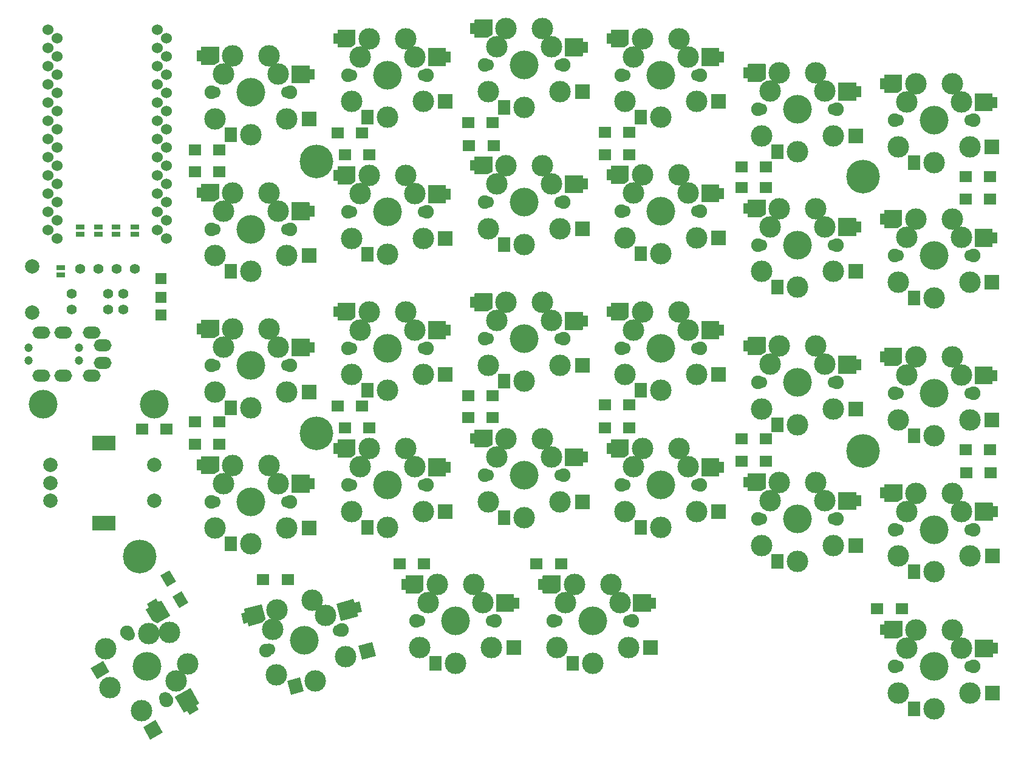
<source format=gts>
G04 #@! TF.GenerationSoftware,KiCad,Pcbnew,(5.1.12-1-10_14)*
G04 #@! TF.CreationDate,2021-12-27T15:41:04+00:00*
G04 #@! TF.ProjectId,SofleKeyboard,536f666c-654b-4657-9962-6f6172642e6b,rev?*
G04 #@! TF.SameCoordinates,Original*
G04 #@! TF.FileFunction,Soldermask,Top*
G04 #@! TF.FilePolarity,Negative*
%FSLAX46Y46*%
G04 Gerber Fmt 4.6, Leading zero omitted, Abs format (unit mm)*
G04 Created by KiCad (PCBNEW (5.1.12-1-10_14)) date 2021-12-27 15:41:04*
%MOMM*%
%LPD*%
G01*
G04 APERTURE LIST*
%ADD10C,0.100000*%
%ADD11C,3.000000*%
%ADD12C,1.700000*%
%ADD13C,1.900000*%
%ADD14C,4.000000*%
%ADD15R,2.000000X2.000000*%
%ADD16R,1.800000X2.000000*%
%ADD17C,1.397000*%
%ADD18R,1.800000X1.500000*%
%ADD19R,1.143000X0.635000*%
%ADD20C,2.000000*%
%ADD21C,4.700000*%
%ADD22R,3.200000X2.000000*%
%ADD23R,1.524000X1.524000*%
%ADD24C,1.200000*%
%ADD25O,2.500000X1.700000*%
%ADD26C,1.524000*%
G04 APERTURE END LIST*
D10*
G36*
X192209755Y-103150961D02*
G01*
X192219134Y-103153806D01*
X192227779Y-103158427D01*
X192235355Y-103164645D01*
X192241573Y-103172221D01*
X192246194Y-103180866D01*
X192249039Y-103190245D01*
X192250000Y-103200000D01*
X192250000Y-105200000D01*
X192249039Y-105209755D01*
X192246194Y-105219134D01*
X192241573Y-105227779D01*
X192235355Y-105235355D01*
X192227735Y-105241603D01*
X191627735Y-105641603D01*
X191619086Y-105646214D01*
X191609703Y-105649049D01*
X191600000Y-105650000D01*
X189800000Y-105650000D01*
X189790245Y-105649039D01*
X189780866Y-105646194D01*
X189772221Y-105641573D01*
X189764645Y-105635355D01*
X189758427Y-105627779D01*
X189753806Y-105619134D01*
X189750961Y-105609755D01*
X189750000Y-105600000D01*
X189750000Y-105150000D01*
X189150000Y-105150000D01*
X189150000Y-103650000D01*
X189750000Y-103650000D01*
X189750000Y-103200000D01*
X189750961Y-103190245D01*
X189753806Y-103180866D01*
X189758427Y-103172221D01*
X189764645Y-103164645D01*
X189772221Y-103158427D01*
X189780866Y-103153806D01*
X189790245Y-103150961D01*
X189800000Y-103150000D01*
X192200000Y-103150000D01*
X192209755Y-103150961D01*
G37*
G36*
X204809755Y-105750961D02*
G01*
X204819134Y-105753806D01*
X204827779Y-105758427D01*
X204835355Y-105764645D01*
X204841573Y-105772221D01*
X204846194Y-105780866D01*
X204849039Y-105790245D01*
X204850000Y-105800000D01*
X204850000Y-106250000D01*
X205550000Y-106250000D01*
X205550000Y-107750000D01*
X204850000Y-107750000D01*
X204850000Y-108200000D01*
X204849039Y-108209755D01*
X204846194Y-108219134D01*
X204841573Y-108227779D01*
X204835355Y-108235355D01*
X204827779Y-108241573D01*
X204819134Y-108246194D01*
X204809755Y-108249039D01*
X204800000Y-108250000D01*
X202400000Y-108250000D01*
X202390245Y-108249039D01*
X202380866Y-108246194D01*
X202372221Y-108241573D01*
X202364645Y-108235355D01*
X202358427Y-108227779D01*
X202353806Y-108219134D01*
X202350961Y-108209755D01*
X202350000Y-108200000D01*
X202350000Y-105800000D01*
X202350961Y-105790245D01*
X202353806Y-105780866D01*
X202358427Y-105772221D01*
X202364645Y-105764645D01*
X202372221Y-105758427D01*
X202380866Y-105753806D01*
X202390245Y-105750961D01*
X202400000Y-105750000D01*
X204800000Y-105750000D01*
X204809755Y-105750961D01*
G37*
D11*
X192890000Y-106959999D03*
D12*
X191620000Y-109500000D03*
X201780000Y-109500000D03*
D13*
X202200000Y-109500000D03*
X191200000Y-109500000D03*
D14*
X196700000Y-109500000D03*
D11*
X199240000Y-104420000D03*
X196700000Y-115400000D03*
X191700000Y-113200000D03*
D15*
X204800000Y-113200000D03*
D16*
X193900000Y-115400000D03*
D11*
X201700000Y-113200000D03*
X194160000Y-104420000D03*
X200510000Y-106960000D03*
D14*
X107000000Y-93500000D03*
X91500000Y-93500000D03*
D17*
X104320000Y-74600000D03*
X101780000Y-74600000D03*
X99240000Y-74600000D03*
X96700000Y-74600000D03*
D18*
X163700000Y-115800000D03*
X160300000Y-115800000D03*
X144600000Y-115800000D03*
X141200000Y-115800000D03*
X125600000Y-118000000D03*
X122200000Y-118000000D03*
D10*
G36*
X109550481Y-120367820D02*
G01*
X110849519Y-119617820D01*
X111749519Y-121176666D01*
X110450481Y-121926666D01*
X109550481Y-120367820D01*
G37*
G36*
X107850481Y-117423334D02*
G01*
X109149519Y-116673334D01*
X110049519Y-118232180D01*
X108750481Y-118982180D01*
X107850481Y-117423334D01*
G37*
D18*
X108700000Y-97000000D03*
X105300000Y-97000000D03*
X223600000Y-103100000D03*
X220200000Y-103100000D03*
X192300000Y-101500000D03*
X188900000Y-101500000D03*
X173200000Y-96800000D03*
X169800000Y-96800000D03*
X154200000Y-95400000D03*
X150800000Y-95400000D03*
X137000000Y-96800000D03*
X133600000Y-96800000D03*
X116100000Y-99100000D03*
X112700000Y-99100000D03*
X223500000Y-99900000D03*
X220100000Y-99900000D03*
X192300000Y-98300000D03*
X188900000Y-98300000D03*
X173200000Y-93600000D03*
X169800000Y-93600000D03*
X154200000Y-92300000D03*
X150800000Y-92300000D03*
X136000000Y-93800000D03*
X132600000Y-93800000D03*
X116100000Y-96000000D03*
X112700000Y-96000000D03*
X223500000Y-64900000D03*
X220100000Y-64900000D03*
X192300000Y-63300000D03*
X188900000Y-63300000D03*
X173200000Y-58700000D03*
X169800000Y-58700000D03*
X154300000Y-57400000D03*
X150900000Y-57400000D03*
X137000000Y-58700000D03*
X133600000Y-58700000D03*
X116100000Y-61100000D03*
X112700000Y-61100000D03*
X223500000Y-61800000D03*
X220100000Y-61800000D03*
X192300000Y-60400000D03*
X188900000Y-60400000D03*
X173200000Y-55600000D03*
X169800000Y-55600000D03*
X154200000Y-54200000D03*
X150800000Y-54200000D03*
X136000000Y-55700000D03*
X132600000Y-55700000D03*
X116100000Y-58000000D03*
X112700000Y-58000000D03*
D19*
X94000000Y-74499620D03*
X94000000Y-75500380D03*
D20*
X90000000Y-80750000D03*
X90000000Y-74250000D03*
D19*
X96700000Y-68799620D03*
X96700000Y-69800380D03*
X99200000Y-68799620D03*
X99200000Y-69800380D03*
X101700000Y-68799620D03*
X101700000Y-69800380D03*
X104300000Y-68799620D03*
X104300000Y-69800380D03*
D17*
X100579272Y-80311965D03*
X95499272Y-80311965D03*
X100579272Y-78061965D03*
X95499272Y-78061965D03*
X102700000Y-78100000D03*
X102700000Y-80300000D03*
D21*
X205800000Y-100000000D03*
X129600000Y-97600000D03*
X129600000Y-59600000D03*
D18*
X211199200Y-122072400D03*
X207799200Y-122072400D03*
D10*
G36*
X116009755Y-43650961D02*
G01*
X116019134Y-43653806D01*
X116027779Y-43658427D01*
X116035355Y-43664645D01*
X116041573Y-43672221D01*
X116046194Y-43680866D01*
X116049039Y-43690245D01*
X116050000Y-43700000D01*
X116050000Y-45700000D01*
X116049039Y-45709755D01*
X116046194Y-45719134D01*
X116041573Y-45727779D01*
X116035355Y-45735355D01*
X116027735Y-45741603D01*
X115427735Y-46141603D01*
X115419086Y-46146214D01*
X115409703Y-46149049D01*
X115400000Y-46150000D01*
X113600000Y-46150000D01*
X113590245Y-46149039D01*
X113580866Y-46146194D01*
X113572221Y-46141573D01*
X113564645Y-46135355D01*
X113558427Y-46127779D01*
X113553806Y-46119134D01*
X113550961Y-46109755D01*
X113550000Y-46100000D01*
X113550000Y-45650000D01*
X112950000Y-45650000D01*
X112950000Y-44150000D01*
X113550000Y-44150000D01*
X113550000Y-43700000D01*
X113550961Y-43690245D01*
X113553806Y-43680866D01*
X113558427Y-43672221D01*
X113564645Y-43664645D01*
X113572221Y-43658427D01*
X113580866Y-43653806D01*
X113590245Y-43650961D01*
X113600000Y-43650000D01*
X116000000Y-43650000D01*
X116009755Y-43650961D01*
G37*
G36*
X128609755Y-46250961D02*
G01*
X128619134Y-46253806D01*
X128627779Y-46258427D01*
X128635355Y-46264645D01*
X128641573Y-46272221D01*
X128646194Y-46280866D01*
X128649039Y-46290245D01*
X128650000Y-46300000D01*
X128650000Y-46750000D01*
X129350000Y-46750000D01*
X129350000Y-48250000D01*
X128650000Y-48250000D01*
X128650000Y-48700000D01*
X128649039Y-48709755D01*
X128646194Y-48719134D01*
X128641573Y-48727779D01*
X128635355Y-48735355D01*
X128627779Y-48741573D01*
X128619134Y-48746194D01*
X128609755Y-48749039D01*
X128600000Y-48750000D01*
X126200000Y-48750000D01*
X126190245Y-48749039D01*
X126180866Y-48746194D01*
X126172221Y-48741573D01*
X126164645Y-48735355D01*
X126158427Y-48727779D01*
X126153806Y-48719134D01*
X126150961Y-48709755D01*
X126150000Y-48700000D01*
X126150000Y-46300000D01*
X126150961Y-46290245D01*
X126153806Y-46280866D01*
X126158427Y-46272221D01*
X126164645Y-46264645D01*
X126172221Y-46258427D01*
X126180866Y-46253806D01*
X126190245Y-46250961D01*
X126200000Y-46250000D01*
X128600000Y-46250000D01*
X128609755Y-46250961D01*
G37*
D11*
X116690000Y-47459999D03*
D12*
X115420000Y-50000000D03*
X125580000Y-50000000D03*
D13*
X126000000Y-50000000D03*
X115000000Y-50000000D03*
D14*
X120500000Y-50000000D03*
D11*
X123040000Y-44920000D03*
X120500000Y-55900000D03*
X115500000Y-53700000D03*
D15*
X128600000Y-53700000D03*
D16*
X117700000Y-55900000D03*
D11*
X125500000Y-53700000D03*
X117960000Y-44920000D03*
X124310000Y-47460000D03*
D10*
G36*
X135009755Y-41250961D02*
G01*
X135019134Y-41253806D01*
X135027779Y-41258427D01*
X135035355Y-41264645D01*
X135041573Y-41272221D01*
X135046194Y-41280866D01*
X135049039Y-41290245D01*
X135050000Y-41300000D01*
X135050000Y-43300000D01*
X135049039Y-43309755D01*
X135046194Y-43319134D01*
X135041573Y-43327779D01*
X135035355Y-43335355D01*
X135027735Y-43341603D01*
X134427735Y-43741603D01*
X134419086Y-43746214D01*
X134409703Y-43749049D01*
X134400000Y-43750000D01*
X132600000Y-43750000D01*
X132590245Y-43749039D01*
X132580866Y-43746194D01*
X132572221Y-43741573D01*
X132564645Y-43735355D01*
X132558427Y-43727779D01*
X132553806Y-43719134D01*
X132550961Y-43709755D01*
X132550000Y-43700000D01*
X132550000Y-43250000D01*
X131950000Y-43250000D01*
X131950000Y-41750000D01*
X132550000Y-41750000D01*
X132550000Y-41300000D01*
X132550961Y-41290245D01*
X132553806Y-41280866D01*
X132558427Y-41272221D01*
X132564645Y-41264645D01*
X132572221Y-41258427D01*
X132580866Y-41253806D01*
X132590245Y-41250961D01*
X132600000Y-41250000D01*
X135000000Y-41250000D01*
X135009755Y-41250961D01*
G37*
G36*
X147609755Y-43850961D02*
G01*
X147619134Y-43853806D01*
X147627779Y-43858427D01*
X147635355Y-43864645D01*
X147641573Y-43872221D01*
X147646194Y-43880866D01*
X147649039Y-43890245D01*
X147650000Y-43900000D01*
X147650000Y-44350000D01*
X148350000Y-44350000D01*
X148350000Y-45850000D01*
X147650000Y-45850000D01*
X147650000Y-46300000D01*
X147649039Y-46309755D01*
X147646194Y-46319134D01*
X147641573Y-46327779D01*
X147635355Y-46335355D01*
X147627779Y-46341573D01*
X147619134Y-46346194D01*
X147609755Y-46349039D01*
X147600000Y-46350000D01*
X145200000Y-46350000D01*
X145190245Y-46349039D01*
X145180866Y-46346194D01*
X145172221Y-46341573D01*
X145164645Y-46335355D01*
X145158427Y-46327779D01*
X145153806Y-46319134D01*
X145150961Y-46309755D01*
X145150000Y-46300000D01*
X145150000Y-43900000D01*
X145150961Y-43890245D01*
X145153806Y-43880866D01*
X145158427Y-43872221D01*
X145164645Y-43864645D01*
X145172221Y-43858427D01*
X145180866Y-43853806D01*
X145190245Y-43850961D01*
X145200000Y-43850000D01*
X147600000Y-43850000D01*
X147609755Y-43850961D01*
G37*
D11*
X135690000Y-45059999D03*
D12*
X134420000Y-47600000D03*
X144580000Y-47600000D03*
D13*
X145000000Y-47600000D03*
X134000000Y-47600000D03*
D14*
X139500000Y-47600000D03*
D11*
X142040000Y-42520000D03*
X139500000Y-53500000D03*
X134500000Y-51300000D03*
D15*
X147600000Y-51300000D03*
D16*
X136700000Y-53500000D03*
D11*
X144500000Y-51300000D03*
X136960000Y-42520000D03*
X143310000Y-45060000D03*
D10*
G36*
X154109755Y-39860961D02*
G01*
X154119134Y-39863806D01*
X154127779Y-39868427D01*
X154135355Y-39874645D01*
X154141573Y-39882221D01*
X154146194Y-39890866D01*
X154149039Y-39900245D01*
X154150000Y-39910000D01*
X154150000Y-41910000D01*
X154149039Y-41919755D01*
X154146194Y-41929134D01*
X154141573Y-41937779D01*
X154135355Y-41945355D01*
X154127735Y-41951603D01*
X153527735Y-42351603D01*
X153519086Y-42356214D01*
X153509703Y-42359049D01*
X153500000Y-42360000D01*
X151700000Y-42360000D01*
X151690245Y-42359039D01*
X151680866Y-42356194D01*
X151672221Y-42351573D01*
X151664645Y-42345355D01*
X151658427Y-42337779D01*
X151653806Y-42329134D01*
X151650961Y-42319755D01*
X151650000Y-42310000D01*
X151650000Y-41860000D01*
X151050000Y-41860000D01*
X151050000Y-40360000D01*
X151650000Y-40360000D01*
X151650000Y-39910000D01*
X151650961Y-39900245D01*
X151653806Y-39890866D01*
X151658427Y-39882221D01*
X151664645Y-39874645D01*
X151672221Y-39868427D01*
X151680866Y-39863806D01*
X151690245Y-39860961D01*
X151700000Y-39860000D01*
X154100000Y-39860000D01*
X154109755Y-39860961D01*
G37*
G36*
X166709755Y-42460961D02*
G01*
X166719134Y-42463806D01*
X166727779Y-42468427D01*
X166735355Y-42474645D01*
X166741573Y-42482221D01*
X166746194Y-42490866D01*
X166749039Y-42500245D01*
X166750000Y-42510000D01*
X166750000Y-42960000D01*
X167450000Y-42960000D01*
X167450000Y-44460000D01*
X166750000Y-44460000D01*
X166750000Y-44910000D01*
X166749039Y-44919755D01*
X166746194Y-44929134D01*
X166741573Y-44937779D01*
X166735355Y-44945355D01*
X166727779Y-44951573D01*
X166719134Y-44956194D01*
X166709755Y-44959039D01*
X166700000Y-44960000D01*
X164300000Y-44960000D01*
X164290245Y-44959039D01*
X164280866Y-44956194D01*
X164272221Y-44951573D01*
X164264645Y-44945355D01*
X164258427Y-44937779D01*
X164253806Y-44929134D01*
X164250961Y-44919755D01*
X164250000Y-44910000D01*
X164250000Y-42510000D01*
X164250961Y-42500245D01*
X164253806Y-42490866D01*
X164258427Y-42482221D01*
X164264645Y-42474645D01*
X164272221Y-42468427D01*
X164280866Y-42463806D01*
X164290245Y-42460961D01*
X164300000Y-42460000D01*
X166700000Y-42460000D01*
X166709755Y-42460961D01*
G37*
D11*
X154790000Y-43669999D03*
D12*
X153520000Y-46210000D03*
X163680000Y-46210000D03*
D13*
X164100000Y-46210000D03*
X153100000Y-46210000D03*
D14*
X158600000Y-46210000D03*
D11*
X161140000Y-41130000D03*
X158600000Y-52110000D03*
X153600000Y-49910000D03*
D15*
X166700000Y-49910000D03*
D16*
X155800000Y-52110000D03*
D11*
X163600000Y-49910000D03*
X156060000Y-41130000D03*
X162410000Y-43670000D03*
D10*
G36*
X173109755Y-41250961D02*
G01*
X173119134Y-41253806D01*
X173127779Y-41258427D01*
X173135355Y-41264645D01*
X173141573Y-41272221D01*
X173146194Y-41280866D01*
X173149039Y-41290245D01*
X173150000Y-41300000D01*
X173150000Y-43300000D01*
X173149039Y-43309755D01*
X173146194Y-43319134D01*
X173141573Y-43327779D01*
X173135355Y-43335355D01*
X173127735Y-43341603D01*
X172527735Y-43741603D01*
X172519086Y-43746214D01*
X172509703Y-43749049D01*
X172500000Y-43750000D01*
X170700000Y-43750000D01*
X170690245Y-43749039D01*
X170680866Y-43746194D01*
X170672221Y-43741573D01*
X170664645Y-43735355D01*
X170658427Y-43727779D01*
X170653806Y-43719134D01*
X170650961Y-43709755D01*
X170650000Y-43700000D01*
X170650000Y-43250000D01*
X170050000Y-43250000D01*
X170050000Y-41750000D01*
X170650000Y-41750000D01*
X170650000Y-41300000D01*
X170650961Y-41290245D01*
X170653806Y-41280866D01*
X170658427Y-41272221D01*
X170664645Y-41264645D01*
X170672221Y-41258427D01*
X170680866Y-41253806D01*
X170690245Y-41250961D01*
X170700000Y-41250000D01*
X173100000Y-41250000D01*
X173109755Y-41250961D01*
G37*
G36*
X185709755Y-43850961D02*
G01*
X185719134Y-43853806D01*
X185727779Y-43858427D01*
X185735355Y-43864645D01*
X185741573Y-43872221D01*
X185746194Y-43880866D01*
X185749039Y-43890245D01*
X185750000Y-43900000D01*
X185750000Y-44350000D01*
X186450000Y-44350000D01*
X186450000Y-45850000D01*
X185750000Y-45850000D01*
X185750000Y-46300000D01*
X185749039Y-46309755D01*
X185746194Y-46319134D01*
X185741573Y-46327779D01*
X185735355Y-46335355D01*
X185727779Y-46341573D01*
X185719134Y-46346194D01*
X185709755Y-46349039D01*
X185700000Y-46350000D01*
X183300000Y-46350000D01*
X183290245Y-46349039D01*
X183280866Y-46346194D01*
X183272221Y-46341573D01*
X183264645Y-46335355D01*
X183258427Y-46327779D01*
X183253806Y-46319134D01*
X183250961Y-46309755D01*
X183250000Y-46300000D01*
X183250000Y-43900000D01*
X183250961Y-43890245D01*
X183253806Y-43880866D01*
X183258427Y-43872221D01*
X183264645Y-43864645D01*
X183272221Y-43858427D01*
X183280866Y-43853806D01*
X183290245Y-43850961D01*
X183300000Y-43850000D01*
X185700000Y-43850000D01*
X185709755Y-43850961D01*
G37*
D11*
X173790000Y-45059999D03*
D12*
X172520000Y-47600000D03*
X182680000Y-47600000D03*
D13*
X183100000Y-47600000D03*
X172100000Y-47600000D03*
D14*
X177600000Y-47600000D03*
D11*
X180140000Y-42520000D03*
X177600000Y-53500000D03*
X172600000Y-51300000D03*
D15*
X185700000Y-51300000D03*
D16*
X174800000Y-53500000D03*
D11*
X182600000Y-51300000D03*
X175060000Y-42520000D03*
X181410000Y-45060000D03*
D10*
G36*
X192209755Y-46050961D02*
G01*
X192219134Y-46053806D01*
X192227779Y-46058427D01*
X192235355Y-46064645D01*
X192241573Y-46072221D01*
X192246194Y-46080866D01*
X192249039Y-46090245D01*
X192250000Y-46100000D01*
X192250000Y-48100000D01*
X192249039Y-48109755D01*
X192246194Y-48119134D01*
X192241573Y-48127779D01*
X192235355Y-48135355D01*
X192227735Y-48141603D01*
X191627735Y-48541603D01*
X191619086Y-48546214D01*
X191609703Y-48549049D01*
X191600000Y-48550000D01*
X189800000Y-48550000D01*
X189790245Y-48549039D01*
X189780866Y-48546194D01*
X189772221Y-48541573D01*
X189764645Y-48535355D01*
X189758427Y-48527779D01*
X189753806Y-48519134D01*
X189750961Y-48509755D01*
X189750000Y-48500000D01*
X189750000Y-48050000D01*
X189150000Y-48050000D01*
X189150000Y-46550000D01*
X189750000Y-46550000D01*
X189750000Y-46100000D01*
X189750961Y-46090245D01*
X189753806Y-46080866D01*
X189758427Y-46072221D01*
X189764645Y-46064645D01*
X189772221Y-46058427D01*
X189780866Y-46053806D01*
X189790245Y-46050961D01*
X189800000Y-46050000D01*
X192200000Y-46050000D01*
X192209755Y-46050961D01*
G37*
G36*
X204809755Y-48650961D02*
G01*
X204819134Y-48653806D01*
X204827779Y-48658427D01*
X204835355Y-48664645D01*
X204841573Y-48672221D01*
X204846194Y-48680866D01*
X204849039Y-48690245D01*
X204850000Y-48700000D01*
X204850000Y-49150000D01*
X205550000Y-49150000D01*
X205550000Y-50650000D01*
X204850000Y-50650000D01*
X204850000Y-51100000D01*
X204849039Y-51109755D01*
X204846194Y-51119134D01*
X204841573Y-51127779D01*
X204835355Y-51135355D01*
X204827779Y-51141573D01*
X204819134Y-51146194D01*
X204809755Y-51149039D01*
X204800000Y-51150000D01*
X202400000Y-51150000D01*
X202390245Y-51149039D01*
X202380866Y-51146194D01*
X202372221Y-51141573D01*
X202364645Y-51135355D01*
X202358427Y-51127779D01*
X202353806Y-51119134D01*
X202350961Y-51109755D01*
X202350000Y-51100000D01*
X202350000Y-48700000D01*
X202350961Y-48690245D01*
X202353806Y-48680866D01*
X202358427Y-48672221D01*
X202364645Y-48664645D01*
X202372221Y-48658427D01*
X202380866Y-48653806D01*
X202390245Y-48650961D01*
X202400000Y-48650000D01*
X204800000Y-48650000D01*
X204809755Y-48650961D01*
G37*
D11*
X192890000Y-49859999D03*
D12*
X191620000Y-52400000D03*
X201780000Y-52400000D03*
D13*
X202200000Y-52400000D03*
X191200000Y-52400000D03*
D14*
X196700000Y-52400000D03*
D11*
X199240000Y-47320000D03*
X196700000Y-58300000D03*
X191700000Y-56100000D03*
D15*
X204800000Y-56100000D03*
D16*
X193900000Y-58300000D03*
D11*
X201700000Y-56100000D03*
X194160000Y-47320000D03*
X200510000Y-49860000D03*
D10*
G36*
X211209755Y-47550961D02*
G01*
X211219134Y-47553806D01*
X211227779Y-47558427D01*
X211235355Y-47564645D01*
X211241573Y-47572221D01*
X211246194Y-47580866D01*
X211249039Y-47590245D01*
X211250000Y-47600000D01*
X211250000Y-49600000D01*
X211249039Y-49609755D01*
X211246194Y-49619134D01*
X211241573Y-49627779D01*
X211235355Y-49635355D01*
X211227735Y-49641603D01*
X210627735Y-50041603D01*
X210619086Y-50046214D01*
X210609703Y-50049049D01*
X210600000Y-50050000D01*
X208800000Y-50050000D01*
X208790245Y-50049039D01*
X208780866Y-50046194D01*
X208772221Y-50041573D01*
X208764645Y-50035355D01*
X208758427Y-50027779D01*
X208753806Y-50019134D01*
X208750961Y-50009755D01*
X208750000Y-50000000D01*
X208750000Y-49550000D01*
X208150000Y-49550000D01*
X208150000Y-48050000D01*
X208750000Y-48050000D01*
X208750000Y-47600000D01*
X208750961Y-47590245D01*
X208753806Y-47580866D01*
X208758427Y-47572221D01*
X208764645Y-47564645D01*
X208772221Y-47558427D01*
X208780866Y-47553806D01*
X208790245Y-47550961D01*
X208800000Y-47550000D01*
X211200000Y-47550000D01*
X211209755Y-47550961D01*
G37*
G36*
X223809755Y-50150961D02*
G01*
X223819134Y-50153806D01*
X223827779Y-50158427D01*
X223835355Y-50164645D01*
X223841573Y-50172221D01*
X223846194Y-50180866D01*
X223849039Y-50190245D01*
X223850000Y-50200000D01*
X223850000Y-50650000D01*
X224550000Y-50650000D01*
X224550000Y-52150000D01*
X223850000Y-52150000D01*
X223850000Y-52600000D01*
X223849039Y-52609755D01*
X223846194Y-52619134D01*
X223841573Y-52627779D01*
X223835355Y-52635355D01*
X223827779Y-52641573D01*
X223819134Y-52646194D01*
X223809755Y-52649039D01*
X223800000Y-52650000D01*
X221400000Y-52650000D01*
X221390245Y-52649039D01*
X221380866Y-52646194D01*
X221372221Y-52641573D01*
X221364645Y-52635355D01*
X221358427Y-52627779D01*
X221353806Y-52619134D01*
X221350961Y-52609755D01*
X221350000Y-52600000D01*
X221350000Y-50200000D01*
X221350961Y-50190245D01*
X221353806Y-50180866D01*
X221358427Y-50172221D01*
X221364645Y-50164645D01*
X221372221Y-50158427D01*
X221380866Y-50153806D01*
X221390245Y-50150961D01*
X221400000Y-50150000D01*
X223800000Y-50150000D01*
X223809755Y-50150961D01*
G37*
D11*
X211890000Y-51359999D03*
D12*
X210620000Y-53900000D03*
X220780000Y-53900000D03*
D13*
X221200000Y-53900000D03*
X210200000Y-53900000D03*
D14*
X215700000Y-53900000D03*
D11*
X218240000Y-48820000D03*
X215700000Y-59800000D03*
X210700000Y-57600000D03*
D15*
X223800000Y-57600000D03*
D16*
X212900000Y-59800000D03*
D11*
X220700000Y-57600000D03*
X213160000Y-48820000D03*
X219510000Y-51360000D03*
D10*
G36*
X116009755Y-62750961D02*
G01*
X116019134Y-62753806D01*
X116027779Y-62758427D01*
X116035355Y-62764645D01*
X116041573Y-62772221D01*
X116046194Y-62780866D01*
X116049039Y-62790245D01*
X116050000Y-62800000D01*
X116050000Y-64800000D01*
X116049039Y-64809755D01*
X116046194Y-64819134D01*
X116041573Y-64827779D01*
X116035355Y-64835355D01*
X116027735Y-64841603D01*
X115427735Y-65241603D01*
X115419086Y-65246214D01*
X115409703Y-65249049D01*
X115400000Y-65250000D01*
X113600000Y-65250000D01*
X113590245Y-65249039D01*
X113580866Y-65246194D01*
X113572221Y-65241573D01*
X113564645Y-65235355D01*
X113558427Y-65227779D01*
X113553806Y-65219134D01*
X113550961Y-65209755D01*
X113550000Y-65200000D01*
X113550000Y-64750000D01*
X112950000Y-64750000D01*
X112950000Y-63250000D01*
X113550000Y-63250000D01*
X113550000Y-62800000D01*
X113550961Y-62790245D01*
X113553806Y-62780866D01*
X113558427Y-62772221D01*
X113564645Y-62764645D01*
X113572221Y-62758427D01*
X113580866Y-62753806D01*
X113590245Y-62750961D01*
X113600000Y-62750000D01*
X116000000Y-62750000D01*
X116009755Y-62750961D01*
G37*
G36*
X128609755Y-65350961D02*
G01*
X128619134Y-65353806D01*
X128627779Y-65358427D01*
X128635355Y-65364645D01*
X128641573Y-65372221D01*
X128646194Y-65380866D01*
X128649039Y-65390245D01*
X128650000Y-65400000D01*
X128650000Y-65850000D01*
X129350000Y-65850000D01*
X129350000Y-67350000D01*
X128650000Y-67350000D01*
X128650000Y-67800000D01*
X128649039Y-67809755D01*
X128646194Y-67819134D01*
X128641573Y-67827779D01*
X128635355Y-67835355D01*
X128627779Y-67841573D01*
X128619134Y-67846194D01*
X128609755Y-67849039D01*
X128600000Y-67850000D01*
X126200000Y-67850000D01*
X126190245Y-67849039D01*
X126180866Y-67846194D01*
X126172221Y-67841573D01*
X126164645Y-67835355D01*
X126158427Y-67827779D01*
X126153806Y-67819134D01*
X126150961Y-67809755D01*
X126150000Y-67800000D01*
X126150000Y-65400000D01*
X126150961Y-65390245D01*
X126153806Y-65380866D01*
X126158427Y-65372221D01*
X126164645Y-65364645D01*
X126172221Y-65358427D01*
X126180866Y-65353806D01*
X126190245Y-65350961D01*
X126200000Y-65350000D01*
X128600000Y-65350000D01*
X128609755Y-65350961D01*
G37*
D11*
X116690000Y-66559999D03*
D12*
X115420000Y-69100000D03*
X125580000Y-69100000D03*
D13*
X126000000Y-69100000D03*
X115000000Y-69100000D03*
D14*
X120500000Y-69100000D03*
D11*
X123040000Y-64020000D03*
X120500000Y-75000000D03*
X115500000Y-72800000D03*
D15*
X128600000Y-72800000D03*
D16*
X117700000Y-75000000D03*
D11*
X125500000Y-72800000D03*
X117960000Y-64020000D03*
X124310000Y-66560000D03*
D10*
G36*
X135009755Y-60350961D02*
G01*
X135019134Y-60353806D01*
X135027779Y-60358427D01*
X135035355Y-60364645D01*
X135041573Y-60372221D01*
X135046194Y-60380866D01*
X135049039Y-60390245D01*
X135050000Y-60400000D01*
X135050000Y-62400000D01*
X135049039Y-62409755D01*
X135046194Y-62419134D01*
X135041573Y-62427779D01*
X135035355Y-62435355D01*
X135027735Y-62441603D01*
X134427735Y-62841603D01*
X134419086Y-62846214D01*
X134409703Y-62849049D01*
X134400000Y-62850000D01*
X132600000Y-62850000D01*
X132590245Y-62849039D01*
X132580866Y-62846194D01*
X132572221Y-62841573D01*
X132564645Y-62835355D01*
X132558427Y-62827779D01*
X132553806Y-62819134D01*
X132550961Y-62809755D01*
X132550000Y-62800000D01*
X132550000Y-62350000D01*
X131950000Y-62350000D01*
X131950000Y-60850000D01*
X132550000Y-60850000D01*
X132550000Y-60400000D01*
X132550961Y-60390245D01*
X132553806Y-60380866D01*
X132558427Y-60372221D01*
X132564645Y-60364645D01*
X132572221Y-60358427D01*
X132580866Y-60353806D01*
X132590245Y-60350961D01*
X132600000Y-60350000D01*
X135000000Y-60350000D01*
X135009755Y-60350961D01*
G37*
G36*
X147609755Y-62950961D02*
G01*
X147619134Y-62953806D01*
X147627779Y-62958427D01*
X147635355Y-62964645D01*
X147641573Y-62972221D01*
X147646194Y-62980866D01*
X147649039Y-62990245D01*
X147650000Y-63000000D01*
X147650000Y-63450000D01*
X148350000Y-63450000D01*
X148350000Y-64950000D01*
X147650000Y-64950000D01*
X147650000Y-65400000D01*
X147649039Y-65409755D01*
X147646194Y-65419134D01*
X147641573Y-65427779D01*
X147635355Y-65435355D01*
X147627779Y-65441573D01*
X147619134Y-65446194D01*
X147609755Y-65449039D01*
X147600000Y-65450000D01*
X145200000Y-65450000D01*
X145190245Y-65449039D01*
X145180866Y-65446194D01*
X145172221Y-65441573D01*
X145164645Y-65435355D01*
X145158427Y-65427779D01*
X145153806Y-65419134D01*
X145150961Y-65409755D01*
X145150000Y-65400000D01*
X145150000Y-63000000D01*
X145150961Y-62990245D01*
X145153806Y-62980866D01*
X145158427Y-62972221D01*
X145164645Y-62964645D01*
X145172221Y-62958427D01*
X145180866Y-62953806D01*
X145190245Y-62950961D01*
X145200000Y-62950000D01*
X147600000Y-62950000D01*
X147609755Y-62950961D01*
G37*
D11*
X135690000Y-64159999D03*
D12*
X134420000Y-66700000D03*
X144580000Y-66700000D03*
D13*
X145000000Y-66700000D03*
X134000000Y-66700000D03*
D14*
X139500000Y-66700000D03*
D11*
X142040000Y-61620000D03*
X139500000Y-72600000D03*
X134500000Y-70400000D03*
D15*
X147600000Y-70400000D03*
D16*
X136700000Y-72600000D03*
D11*
X144500000Y-70400000D03*
X136960000Y-61620000D03*
X143310000Y-64160000D03*
D10*
G36*
X154109755Y-58950961D02*
G01*
X154119134Y-58953806D01*
X154127779Y-58958427D01*
X154135355Y-58964645D01*
X154141573Y-58972221D01*
X154146194Y-58980866D01*
X154149039Y-58990245D01*
X154150000Y-59000000D01*
X154150000Y-61000000D01*
X154149039Y-61009755D01*
X154146194Y-61019134D01*
X154141573Y-61027779D01*
X154135355Y-61035355D01*
X154127735Y-61041603D01*
X153527735Y-61441603D01*
X153519086Y-61446214D01*
X153509703Y-61449049D01*
X153500000Y-61450000D01*
X151700000Y-61450000D01*
X151690245Y-61449039D01*
X151680866Y-61446194D01*
X151672221Y-61441573D01*
X151664645Y-61435355D01*
X151658427Y-61427779D01*
X151653806Y-61419134D01*
X151650961Y-61409755D01*
X151650000Y-61400000D01*
X151650000Y-60950000D01*
X151050000Y-60950000D01*
X151050000Y-59450000D01*
X151650000Y-59450000D01*
X151650000Y-59000000D01*
X151650961Y-58990245D01*
X151653806Y-58980866D01*
X151658427Y-58972221D01*
X151664645Y-58964645D01*
X151672221Y-58958427D01*
X151680866Y-58953806D01*
X151690245Y-58950961D01*
X151700000Y-58950000D01*
X154100000Y-58950000D01*
X154109755Y-58950961D01*
G37*
G36*
X166709755Y-61550961D02*
G01*
X166719134Y-61553806D01*
X166727779Y-61558427D01*
X166735355Y-61564645D01*
X166741573Y-61572221D01*
X166746194Y-61580866D01*
X166749039Y-61590245D01*
X166750000Y-61600000D01*
X166750000Y-62050000D01*
X167450000Y-62050000D01*
X167450000Y-63550000D01*
X166750000Y-63550000D01*
X166750000Y-64000000D01*
X166749039Y-64009755D01*
X166746194Y-64019134D01*
X166741573Y-64027779D01*
X166735355Y-64035355D01*
X166727779Y-64041573D01*
X166719134Y-64046194D01*
X166709755Y-64049039D01*
X166700000Y-64050000D01*
X164300000Y-64050000D01*
X164290245Y-64049039D01*
X164280866Y-64046194D01*
X164272221Y-64041573D01*
X164264645Y-64035355D01*
X164258427Y-64027779D01*
X164253806Y-64019134D01*
X164250961Y-64009755D01*
X164250000Y-64000000D01*
X164250000Y-61600000D01*
X164250961Y-61590245D01*
X164253806Y-61580866D01*
X164258427Y-61572221D01*
X164264645Y-61564645D01*
X164272221Y-61558427D01*
X164280866Y-61553806D01*
X164290245Y-61550961D01*
X164300000Y-61550000D01*
X166700000Y-61550000D01*
X166709755Y-61550961D01*
G37*
D11*
X154790000Y-62759999D03*
D12*
X153520000Y-65300000D03*
X163680000Y-65300000D03*
D13*
X164100000Y-65300000D03*
X153100000Y-65300000D03*
D14*
X158600000Y-65300000D03*
D11*
X161140000Y-60220000D03*
X158600000Y-71200000D03*
X153600000Y-69000000D03*
D15*
X166700000Y-69000000D03*
D16*
X155800000Y-71200000D03*
D11*
X163600000Y-69000000D03*
X156060000Y-60220000D03*
X162410000Y-62760000D03*
D10*
G36*
X173109755Y-60250961D02*
G01*
X173119134Y-60253806D01*
X173127779Y-60258427D01*
X173135355Y-60264645D01*
X173141573Y-60272221D01*
X173146194Y-60280866D01*
X173149039Y-60290245D01*
X173150000Y-60300000D01*
X173150000Y-62300000D01*
X173149039Y-62309755D01*
X173146194Y-62319134D01*
X173141573Y-62327779D01*
X173135355Y-62335355D01*
X173127735Y-62341603D01*
X172527735Y-62741603D01*
X172519086Y-62746214D01*
X172509703Y-62749049D01*
X172500000Y-62750000D01*
X170700000Y-62750000D01*
X170690245Y-62749039D01*
X170680866Y-62746194D01*
X170672221Y-62741573D01*
X170664645Y-62735355D01*
X170658427Y-62727779D01*
X170653806Y-62719134D01*
X170650961Y-62709755D01*
X170650000Y-62700000D01*
X170650000Y-62250000D01*
X170050000Y-62250000D01*
X170050000Y-60750000D01*
X170650000Y-60750000D01*
X170650000Y-60300000D01*
X170650961Y-60290245D01*
X170653806Y-60280866D01*
X170658427Y-60272221D01*
X170664645Y-60264645D01*
X170672221Y-60258427D01*
X170680866Y-60253806D01*
X170690245Y-60250961D01*
X170700000Y-60250000D01*
X173100000Y-60250000D01*
X173109755Y-60250961D01*
G37*
G36*
X185709755Y-62850961D02*
G01*
X185719134Y-62853806D01*
X185727779Y-62858427D01*
X185735355Y-62864645D01*
X185741573Y-62872221D01*
X185746194Y-62880866D01*
X185749039Y-62890245D01*
X185750000Y-62900000D01*
X185750000Y-63350000D01*
X186450000Y-63350000D01*
X186450000Y-64850000D01*
X185750000Y-64850000D01*
X185750000Y-65300000D01*
X185749039Y-65309755D01*
X185746194Y-65319134D01*
X185741573Y-65327779D01*
X185735355Y-65335355D01*
X185727779Y-65341573D01*
X185719134Y-65346194D01*
X185709755Y-65349039D01*
X185700000Y-65350000D01*
X183300000Y-65350000D01*
X183290245Y-65349039D01*
X183280866Y-65346194D01*
X183272221Y-65341573D01*
X183264645Y-65335355D01*
X183258427Y-65327779D01*
X183253806Y-65319134D01*
X183250961Y-65309755D01*
X183250000Y-65300000D01*
X183250000Y-62900000D01*
X183250961Y-62890245D01*
X183253806Y-62880866D01*
X183258427Y-62872221D01*
X183264645Y-62864645D01*
X183272221Y-62858427D01*
X183280866Y-62853806D01*
X183290245Y-62850961D01*
X183300000Y-62850000D01*
X185700000Y-62850000D01*
X185709755Y-62850961D01*
G37*
D11*
X173790000Y-64059999D03*
D12*
X172520000Y-66600000D03*
X182680000Y-66600000D03*
D13*
X183100000Y-66600000D03*
X172100000Y-66600000D03*
D14*
X177600000Y-66600000D03*
D11*
X180140000Y-61520000D03*
X177600000Y-72500000D03*
X172600000Y-70300000D03*
D15*
X185700000Y-70300000D03*
D16*
X174800000Y-72500000D03*
D11*
X182600000Y-70300000D03*
X175060000Y-61520000D03*
X181410000Y-64060000D03*
D10*
G36*
X192209755Y-64950961D02*
G01*
X192219134Y-64953806D01*
X192227779Y-64958427D01*
X192235355Y-64964645D01*
X192241573Y-64972221D01*
X192246194Y-64980866D01*
X192249039Y-64990245D01*
X192250000Y-65000000D01*
X192250000Y-67000000D01*
X192249039Y-67009755D01*
X192246194Y-67019134D01*
X192241573Y-67027779D01*
X192235355Y-67035355D01*
X192227735Y-67041603D01*
X191627735Y-67441603D01*
X191619086Y-67446214D01*
X191609703Y-67449049D01*
X191600000Y-67450000D01*
X189800000Y-67450000D01*
X189790245Y-67449039D01*
X189780866Y-67446194D01*
X189772221Y-67441573D01*
X189764645Y-67435355D01*
X189758427Y-67427779D01*
X189753806Y-67419134D01*
X189750961Y-67409755D01*
X189750000Y-67400000D01*
X189750000Y-66950000D01*
X189150000Y-66950000D01*
X189150000Y-65450000D01*
X189750000Y-65450000D01*
X189750000Y-65000000D01*
X189750961Y-64990245D01*
X189753806Y-64980866D01*
X189758427Y-64972221D01*
X189764645Y-64964645D01*
X189772221Y-64958427D01*
X189780866Y-64953806D01*
X189790245Y-64950961D01*
X189800000Y-64950000D01*
X192200000Y-64950000D01*
X192209755Y-64950961D01*
G37*
G36*
X204809755Y-67550961D02*
G01*
X204819134Y-67553806D01*
X204827779Y-67558427D01*
X204835355Y-67564645D01*
X204841573Y-67572221D01*
X204846194Y-67580866D01*
X204849039Y-67590245D01*
X204850000Y-67600000D01*
X204850000Y-68050000D01*
X205550000Y-68050000D01*
X205550000Y-69550000D01*
X204850000Y-69550000D01*
X204850000Y-70000000D01*
X204849039Y-70009755D01*
X204846194Y-70019134D01*
X204841573Y-70027779D01*
X204835355Y-70035355D01*
X204827779Y-70041573D01*
X204819134Y-70046194D01*
X204809755Y-70049039D01*
X204800000Y-70050000D01*
X202400000Y-70050000D01*
X202390245Y-70049039D01*
X202380866Y-70046194D01*
X202372221Y-70041573D01*
X202364645Y-70035355D01*
X202358427Y-70027779D01*
X202353806Y-70019134D01*
X202350961Y-70009755D01*
X202350000Y-70000000D01*
X202350000Y-67600000D01*
X202350961Y-67590245D01*
X202353806Y-67580866D01*
X202358427Y-67572221D01*
X202364645Y-67564645D01*
X202372221Y-67558427D01*
X202380866Y-67553806D01*
X202390245Y-67550961D01*
X202400000Y-67550000D01*
X204800000Y-67550000D01*
X204809755Y-67550961D01*
G37*
D11*
X192890000Y-68759999D03*
D12*
X191620000Y-71300000D03*
X201780000Y-71300000D03*
D13*
X202200000Y-71300000D03*
X191200000Y-71300000D03*
D14*
X196700000Y-71300000D03*
D11*
X199240000Y-66220000D03*
X196700000Y-77200000D03*
X191700000Y-75000000D03*
D15*
X204800000Y-75000000D03*
D16*
X193900000Y-77200000D03*
D11*
X201700000Y-75000000D03*
X194160000Y-66220000D03*
X200510000Y-68760000D03*
D10*
G36*
X211209755Y-66450961D02*
G01*
X211219134Y-66453806D01*
X211227779Y-66458427D01*
X211235355Y-66464645D01*
X211241573Y-66472221D01*
X211246194Y-66480866D01*
X211249039Y-66490245D01*
X211250000Y-66500000D01*
X211250000Y-68500000D01*
X211249039Y-68509755D01*
X211246194Y-68519134D01*
X211241573Y-68527779D01*
X211235355Y-68535355D01*
X211227735Y-68541603D01*
X210627735Y-68941603D01*
X210619086Y-68946214D01*
X210609703Y-68949049D01*
X210600000Y-68950000D01*
X208800000Y-68950000D01*
X208790245Y-68949039D01*
X208780866Y-68946194D01*
X208772221Y-68941573D01*
X208764645Y-68935355D01*
X208758427Y-68927779D01*
X208753806Y-68919134D01*
X208750961Y-68909755D01*
X208750000Y-68900000D01*
X208750000Y-68450000D01*
X208150000Y-68450000D01*
X208150000Y-66950000D01*
X208750000Y-66950000D01*
X208750000Y-66500000D01*
X208750961Y-66490245D01*
X208753806Y-66480866D01*
X208758427Y-66472221D01*
X208764645Y-66464645D01*
X208772221Y-66458427D01*
X208780866Y-66453806D01*
X208790245Y-66450961D01*
X208800000Y-66450000D01*
X211200000Y-66450000D01*
X211209755Y-66450961D01*
G37*
G36*
X223809755Y-69050961D02*
G01*
X223819134Y-69053806D01*
X223827779Y-69058427D01*
X223835355Y-69064645D01*
X223841573Y-69072221D01*
X223846194Y-69080866D01*
X223849039Y-69090245D01*
X223850000Y-69100000D01*
X223850000Y-69550000D01*
X224550000Y-69550000D01*
X224550000Y-71050000D01*
X223850000Y-71050000D01*
X223850000Y-71500000D01*
X223849039Y-71509755D01*
X223846194Y-71519134D01*
X223841573Y-71527779D01*
X223835355Y-71535355D01*
X223827779Y-71541573D01*
X223819134Y-71546194D01*
X223809755Y-71549039D01*
X223800000Y-71550000D01*
X221400000Y-71550000D01*
X221390245Y-71549039D01*
X221380866Y-71546194D01*
X221372221Y-71541573D01*
X221364645Y-71535355D01*
X221358427Y-71527779D01*
X221353806Y-71519134D01*
X221350961Y-71509755D01*
X221350000Y-71500000D01*
X221350000Y-69100000D01*
X221350961Y-69090245D01*
X221353806Y-69080866D01*
X221358427Y-69072221D01*
X221364645Y-69064645D01*
X221372221Y-69058427D01*
X221380866Y-69053806D01*
X221390245Y-69050961D01*
X221400000Y-69050000D01*
X223800000Y-69050000D01*
X223809755Y-69050961D01*
G37*
D11*
X211890000Y-70259999D03*
D12*
X210620000Y-72800000D03*
X220780000Y-72800000D03*
D13*
X221200000Y-72800000D03*
X210200000Y-72800000D03*
D14*
X215700000Y-72800000D03*
D11*
X218240000Y-67720000D03*
X215700000Y-78700000D03*
X210700000Y-76500000D03*
D15*
X223800000Y-76500000D03*
D16*
X212900000Y-78700000D03*
D11*
X220700000Y-76500000D03*
X213160000Y-67720000D03*
X219510000Y-70260000D03*
D10*
G36*
X116009755Y-81750961D02*
G01*
X116019134Y-81753806D01*
X116027779Y-81758427D01*
X116035355Y-81764645D01*
X116041573Y-81772221D01*
X116046194Y-81780866D01*
X116049039Y-81790245D01*
X116050000Y-81800000D01*
X116050000Y-83800000D01*
X116049039Y-83809755D01*
X116046194Y-83819134D01*
X116041573Y-83827779D01*
X116035355Y-83835355D01*
X116027735Y-83841603D01*
X115427735Y-84241603D01*
X115419086Y-84246214D01*
X115409703Y-84249049D01*
X115400000Y-84250000D01*
X113600000Y-84250000D01*
X113590245Y-84249039D01*
X113580866Y-84246194D01*
X113572221Y-84241573D01*
X113564645Y-84235355D01*
X113558427Y-84227779D01*
X113553806Y-84219134D01*
X113550961Y-84209755D01*
X113550000Y-84200000D01*
X113550000Y-83750000D01*
X112950000Y-83750000D01*
X112950000Y-82250000D01*
X113550000Y-82250000D01*
X113550000Y-81800000D01*
X113550961Y-81790245D01*
X113553806Y-81780866D01*
X113558427Y-81772221D01*
X113564645Y-81764645D01*
X113572221Y-81758427D01*
X113580866Y-81753806D01*
X113590245Y-81750961D01*
X113600000Y-81750000D01*
X116000000Y-81750000D01*
X116009755Y-81750961D01*
G37*
G36*
X128609755Y-84350961D02*
G01*
X128619134Y-84353806D01*
X128627779Y-84358427D01*
X128635355Y-84364645D01*
X128641573Y-84372221D01*
X128646194Y-84380866D01*
X128649039Y-84390245D01*
X128650000Y-84400000D01*
X128650000Y-84850000D01*
X129350000Y-84850000D01*
X129350000Y-86350000D01*
X128650000Y-86350000D01*
X128650000Y-86800000D01*
X128649039Y-86809755D01*
X128646194Y-86819134D01*
X128641573Y-86827779D01*
X128635355Y-86835355D01*
X128627779Y-86841573D01*
X128619134Y-86846194D01*
X128609755Y-86849039D01*
X128600000Y-86850000D01*
X126200000Y-86850000D01*
X126190245Y-86849039D01*
X126180866Y-86846194D01*
X126172221Y-86841573D01*
X126164645Y-86835355D01*
X126158427Y-86827779D01*
X126153806Y-86819134D01*
X126150961Y-86809755D01*
X126150000Y-86800000D01*
X126150000Y-84400000D01*
X126150961Y-84390245D01*
X126153806Y-84380866D01*
X126158427Y-84372221D01*
X126164645Y-84364645D01*
X126172221Y-84358427D01*
X126180866Y-84353806D01*
X126190245Y-84350961D01*
X126200000Y-84350000D01*
X128600000Y-84350000D01*
X128609755Y-84350961D01*
G37*
D11*
X116690000Y-85559999D03*
D12*
X115420000Y-88100000D03*
X125580000Y-88100000D03*
D13*
X126000000Y-88100000D03*
X115000000Y-88100000D03*
D14*
X120500000Y-88100000D03*
D11*
X123040000Y-83020000D03*
X120500000Y-94000000D03*
X115500000Y-91800000D03*
D15*
X128600000Y-91800000D03*
D16*
X117700000Y-94000000D03*
D11*
X125500000Y-91800000D03*
X117960000Y-83020000D03*
X124310000Y-85560000D03*
D10*
G36*
X135009755Y-79350961D02*
G01*
X135019134Y-79353806D01*
X135027779Y-79358427D01*
X135035355Y-79364645D01*
X135041573Y-79372221D01*
X135046194Y-79380866D01*
X135049039Y-79390245D01*
X135050000Y-79400000D01*
X135050000Y-81400000D01*
X135049039Y-81409755D01*
X135046194Y-81419134D01*
X135041573Y-81427779D01*
X135035355Y-81435355D01*
X135027735Y-81441603D01*
X134427735Y-81841603D01*
X134419086Y-81846214D01*
X134409703Y-81849049D01*
X134400000Y-81850000D01*
X132600000Y-81850000D01*
X132590245Y-81849039D01*
X132580866Y-81846194D01*
X132572221Y-81841573D01*
X132564645Y-81835355D01*
X132558427Y-81827779D01*
X132553806Y-81819134D01*
X132550961Y-81809755D01*
X132550000Y-81800000D01*
X132550000Y-81350000D01*
X131950000Y-81350000D01*
X131950000Y-79850000D01*
X132550000Y-79850000D01*
X132550000Y-79400000D01*
X132550961Y-79390245D01*
X132553806Y-79380866D01*
X132558427Y-79372221D01*
X132564645Y-79364645D01*
X132572221Y-79358427D01*
X132580866Y-79353806D01*
X132590245Y-79350961D01*
X132600000Y-79350000D01*
X135000000Y-79350000D01*
X135009755Y-79350961D01*
G37*
G36*
X147609755Y-81950961D02*
G01*
X147619134Y-81953806D01*
X147627779Y-81958427D01*
X147635355Y-81964645D01*
X147641573Y-81972221D01*
X147646194Y-81980866D01*
X147649039Y-81990245D01*
X147650000Y-82000000D01*
X147650000Y-82450000D01*
X148350000Y-82450000D01*
X148350000Y-83950000D01*
X147650000Y-83950000D01*
X147650000Y-84400000D01*
X147649039Y-84409755D01*
X147646194Y-84419134D01*
X147641573Y-84427779D01*
X147635355Y-84435355D01*
X147627779Y-84441573D01*
X147619134Y-84446194D01*
X147609755Y-84449039D01*
X147600000Y-84450000D01*
X145200000Y-84450000D01*
X145190245Y-84449039D01*
X145180866Y-84446194D01*
X145172221Y-84441573D01*
X145164645Y-84435355D01*
X145158427Y-84427779D01*
X145153806Y-84419134D01*
X145150961Y-84409755D01*
X145150000Y-84400000D01*
X145150000Y-82000000D01*
X145150961Y-81990245D01*
X145153806Y-81980866D01*
X145158427Y-81972221D01*
X145164645Y-81964645D01*
X145172221Y-81958427D01*
X145180866Y-81953806D01*
X145190245Y-81950961D01*
X145200000Y-81950000D01*
X147600000Y-81950000D01*
X147609755Y-81950961D01*
G37*
D11*
X135690000Y-83159999D03*
D12*
X134420000Y-85700000D03*
X144580000Y-85700000D03*
D13*
X145000000Y-85700000D03*
X134000000Y-85700000D03*
D14*
X139500000Y-85700000D03*
D11*
X142040000Y-80620000D03*
X139500000Y-91600000D03*
X134500000Y-89400000D03*
D15*
X147600000Y-89400000D03*
D16*
X136700000Y-91600000D03*
D11*
X144500000Y-89400000D03*
X136960000Y-80620000D03*
X143310000Y-83160000D03*
D10*
G36*
X154109755Y-78050961D02*
G01*
X154119134Y-78053806D01*
X154127779Y-78058427D01*
X154135355Y-78064645D01*
X154141573Y-78072221D01*
X154146194Y-78080866D01*
X154149039Y-78090245D01*
X154150000Y-78100000D01*
X154150000Y-80100000D01*
X154149039Y-80109755D01*
X154146194Y-80119134D01*
X154141573Y-80127779D01*
X154135355Y-80135355D01*
X154127735Y-80141603D01*
X153527735Y-80541603D01*
X153519086Y-80546214D01*
X153509703Y-80549049D01*
X153500000Y-80550000D01*
X151700000Y-80550000D01*
X151690245Y-80549039D01*
X151680866Y-80546194D01*
X151672221Y-80541573D01*
X151664645Y-80535355D01*
X151658427Y-80527779D01*
X151653806Y-80519134D01*
X151650961Y-80509755D01*
X151650000Y-80500000D01*
X151650000Y-80050000D01*
X151050000Y-80050000D01*
X151050000Y-78550000D01*
X151650000Y-78550000D01*
X151650000Y-78100000D01*
X151650961Y-78090245D01*
X151653806Y-78080866D01*
X151658427Y-78072221D01*
X151664645Y-78064645D01*
X151672221Y-78058427D01*
X151680866Y-78053806D01*
X151690245Y-78050961D01*
X151700000Y-78050000D01*
X154100000Y-78050000D01*
X154109755Y-78050961D01*
G37*
G36*
X166709755Y-80650961D02*
G01*
X166719134Y-80653806D01*
X166727779Y-80658427D01*
X166735355Y-80664645D01*
X166741573Y-80672221D01*
X166746194Y-80680866D01*
X166749039Y-80690245D01*
X166750000Y-80700000D01*
X166750000Y-81150000D01*
X167450000Y-81150000D01*
X167450000Y-82650000D01*
X166750000Y-82650000D01*
X166750000Y-83100000D01*
X166749039Y-83109755D01*
X166746194Y-83119134D01*
X166741573Y-83127779D01*
X166735355Y-83135355D01*
X166727779Y-83141573D01*
X166719134Y-83146194D01*
X166709755Y-83149039D01*
X166700000Y-83150000D01*
X164300000Y-83150000D01*
X164290245Y-83149039D01*
X164280866Y-83146194D01*
X164272221Y-83141573D01*
X164264645Y-83135355D01*
X164258427Y-83127779D01*
X164253806Y-83119134D01*
X164250961Y-83109755D01*
X164250000Y-83100000D01*
X164250000Y-80700000D01*
X164250961Y-80690245D01*
X164253806Y-80680866D01*
X164258427Y-80672221D01*
X164264645Y-80664645D01*
X164272221Y-80658427D01*
X164280866Y-80653806D01*
X164290245Y-80650961D01*
X164300000Y-80650000D01*
X166700000Y-80650000D01*
X166709755Y-80650961D01*
G37*
D11*
X154790000Y-81859999D03*
D12*
X153520000Y-84400000D03*
X163680000Y-84400000D03*
D13*
X164100000Y-84400000D03*
X153100000Y-84400000D03*
D14*
X158600000Y-84400000D03*
D11*
X161140000Y-79320000D03*
X158600000Y-90300000D03*
X153600000Y-88100000D03*
D15*
X166700000Y-88100000D03*
D16*
X155800000Y-90300000D03*
D11*
X163600000Y-88100000D03*
X156060000Y-79320000D03*
X162410000Y-81860000D03*
D10*
G36*
X173109755Y-79350961D02*
G01*
X173119134Y-79353806D01*
X173127779Y-79358427D01*
X173135355Y-79364645D01*
X173141573Y-79372221D01*
X173146194Y-79380866D01*
X173149039Y-79390245D01*
X173150000Y-79400000D01*
X173150000Y-81400000D01*
X173149039Y-81409755D01*
X173146194Y-81419134D01*
X173141573Y-81427779D01*
X173135355Y-81435355D01*
X173127735Y-81441603D01*
X172527735Y-81841603D01*
X172519086Y-81846214D01*
X172509703Y-81849049D01*
X172500000Y-81850000D01*
X170700000Y-81850000D01*
X170690245Y-81849039D01*
X170680866Y-81846194D01*
X170672221Y-81841573D01*
X170664645Y-81835355D01*
X170658427Y-81827779D01*
X170653806Y-81819134D01*
X170650961Y-81809755D01*
X170650000Y-81800000D01*
X170650000Y-81350000D01*
X170050000Y-81350000D01*
X170050000Y-79850000D01*
X170650000Y-79850000D01*
X170650000Y-79400000D01*
X170650961Y-79390245D01*
X170653806Y-79380866D01*
X170658427Y-79372221D01*
X170664645Y-79364645D01*
X170672221Y-79358427D01*
X170680866Y-79353806D01*
X170690245Y-79350961D01*
X170700000Y-79350000D01*
X173100000Y-79350000D01*
X173109755Y-79350961D01*
G37*
G36*
X185709755Y-81950961D02*
G01*
X185719134Y-81953806D01*
X185727779Y-81958427D01*
X185735355Y-81964645D01*
X185741573Y-81972221D01*
X185746194Y-81980866D01*
X185749039Y-81990245D01*
X185750000Y-82000000D01*
X185750000Y-82450000D01*
X186450000Y-82450000D01*
X186450000Y-83950000D01*
X185750000Y-83950000D01*
X185750000Y-84400000D01*
X185749039Y-84409755D01*
X185746194Y-84419134D01*
X185741573Y-84427779D01*
X185735355Y-84435355D01*
X185727779Y-84441573D01*
X185719134Y-84446194D01*
X185709755Y-84449039D01*
X185700000Y-84450000D01*
X183300000Y-84450000D01*
X183290245Y-84449039D01*
X183280866Y-84446194D01*
X183272221Y-84441573D01*
X183264645Y-84435355D01*
X183258427Y-84427779D01*
X183253806Y-84419134D01*
X183250961Y-84409755D01*
X183250000Y-84400000D01*
X183250000Y-82000000D01*
X183250961Y-81990245D01*
X183253806Y-81980866D01*
X183258427Y-81972221D01*
X183264645Y-81964645D01*
X183272221Y-81958427D01*
X183280866Y-81953806D01*
X183290245Y-81950961D01*
X183300000Y-81950000D01*
X185700000Y-81950000D01*
X185709755Y-81950961D01*
G37*
D11*
X173790000Y-83159999D03*
D12*
X172520000Y-85700000D03*
X182680000Y-85700000D03*
D13*
X183100000Y-85700000D03*
X172100000Y-85700000D03*
D14*
X177600000Y-85700000D03*
D11*
X180140000Y-80620000D03*
X177600000Y-91600000D03*
X172600000Y-89400000D03*
D15*
X185700000Y-89400000D03*
D16*
X174800000Y-91600000D03*
D11*
X182600000Y-89400000D03*
X175060000Y-80620000D03*
X181410000Y-83160000D03*
D10*
G36*
X192209755Y-84150961D02*
G01*
X192219134Y-84153806D01*
X192227779Y-84158427D01*
X192235355Y-84164645D01*
X192241573Y-84172221D01*
X192246194Y-84180866D01*
X192249039Y-84190245D01*
X192250000Y-84200000D01*
X192250000Y-86200000D01*
X192249039Y-86209755D01*
X192246194Y-86219134D01*
X192241573Y-86227779D01*
X192235355Y-86235355D01*
X192227735Y-86241603D01*
X191627735Y-86641603D01*
X191619086Y-86646214D01*
X191609703Y-86649049D01*
X191600000Y-86650000D01*
X189800000Y-86650000D01*
X189790245Y-86649039D01*
X189780866Y-86646194D01*
X189772221Y-86641573D01*
X189764645Y-86635355D01*
X189758427Y-86627779D01*
X189753806Y-86619134D01*
X189750961Y-86609755D01*
X189750000Y-86600000D01*
X189750000Y-86150000D01*
X189150000Y-86150000D01*
X189150000Y-84650000D01*
X189750000Y-84650000D01*
X189750000Y-84200000D01*
X189750961Y-84190245D01*
X189753806Y-84180866D01*
X189758427Y-84172221D01*
X189764645Y-84164645D01*
X189772221Y-84158427D01*
X189780866Y-84153806D01*
X189790245Y-84150961D01*
X189800000Y-84150000D01*
X192200000Y-84150000D01*
X192209755Y-84150961D01*
G37*
G36*
X204809755Y-86750961D02*
G01*
X204819134Y-86753806D01*
X204827779Y-86758427D01*
X204835355Y-86764645D01*
X204841573Y-86772221D01*
X204846194Y-86780866D01*
X204849039Y-86790245D01*
X204850000Y-86800000D01*
X204850000Y-87250000D01*
X205550000Y-87250000D01*
X205550000Y-88750000D01*
X204850000Y-88750000D01*
X204850000Y-89200000D01*
X204849039Y-89209755D01*
X204846194Y-89219134D01*
X204841573Y-89227779D01*
X204835355Y-89235355D01*
X204827779Y-89241573D01*
X204819134Y-89246194D01*
X204809755Y-89249039D01*
X204800000Y-89250000D01*
X202400000Y-89250000D01*
X202390245Y-89249039D01*
X202380866Y-89246194D01*
X202372221Y-89241573D01*
X202364645Y-89235355D01*
X202358427Y-89227779D01*
X202353806Y-89219134D01*
X202350961Y-89209755D01*
X202350000Y-89200000D01*
X202350000Y-86800000D01*
X202350961Y-86790245D01*
X202353806Y-86780866D01*
X202358427Y-86772221D01*
X202364645Y-86764645D01*
X202372221Y-86758427D01*
X202380866Y-86753806D01*
X202390245Y-86750961D01*
X202400000Y-86750000D01*
X204800000Y-86750000D01*
X204809755Y-86750961D01*
G37*
D11*
X192890000Y-87959999D03*
D12*
X191620000Y-90500000D03*
X201780000Y-90500000D03*
D13*
X202200000Y-90500000D03*
X191200000Y-90500000D03*
D14*
X196700000Y-90500000D03*
D11*
X199240000Y-85420000D03*
X196700000Y-96400000D03*
X191700000Y-94200000D03*
D15*
X204800000Y-94200000D03*
D16*
X193900000Y-96400000D03*
D11*
X201700000Y-94200000D03*
X194160000Y-85420000D03*
X200510000Y-87960000D03*
D10*
G36*
X211209755Y-85650961D02*
G01*
X211219134Y-85653806D01*
X211227779Y-85658427D01*
X211235355Y-85664645D01*
X211241573Y-85672221D01*
X211246194Y-85680866D01*
X211249039Y-85690245D01*
X211250000Y-85700000D01*
X211250000Y-87700000D01*
X211249039Y-87709755D01*
X211246194Y-87719134D01*
X211241573Y-87727779D01*
X211235355Y-87735355D01*
X211227735Y-87741603D01*
X210627735Y-88141603D01*
X210619086Y-88146214D01*
X210609703Y-88149049D01*
X210600000Y-88150000D01*
X208800000Y-88150000D01*
X208790245Y-88149039D01*
X208780866Y-88146194D01*
X208772221Y-88141573D01*
X208764645Y-88135355D01*
X208758427Y-88127779D01*
X208753806Y-88119134D01*
X208750961Y-88109755D01*
X208750000Y-88100000D01*
X208750000Y-87650000D01*
X208150000Y-87650000D01*
X208150000Y-86150000D01*
X208750000Y-86150000D01*
X208750000Y-85700000D01*
X208750961Y-85690245D01*
X208753806Y-85680866D01*
X208758427Y-85672221D01*
X208764645Y-85664645D01*
X208772221Y-85658427D01*
X208780866Y-85653806D01*
X208790245Y-85650961D01*
X208800000Y-85650000D01*
X211200000Y-85650000D01*
X211209755Y-85650961D01*
G37*
G36*
X223809755Y-88250961D02*
G01*
X223819134Y-88253806D01*
X223827779Y-88258427D01*
X223835355Y-88264645D01*
X223841573Y-88272221D01*
X223846194Y-88280866D01*
X223849039Y-88290245D01*
X223850000Y-88300000D01*
X223850000Y-88750000D01*
X224550000Y-88750000D01*
X224550000Y-90250000D01*
X223850000Y-90250000D01*
X223850000Y-90700000D01*
X223849039Y-90709755D01*
X223846194Y-90719134D01*
X223841573Y-90727779D01*
X223835355Y-90735355D01*
X223827779Y-90741573D01*
X223819134Y-90746194D01*
X223809755Y-90749039D01*
X223800000Y-90750000D01*
X221400000Y-90750000D01*
X221390245Y-90749039D01*
X221380866Y-90746194D01*
X221372221Y-90741573D01*
X221364645Y-90735355D01*
X221358427Y-90727779D01*
X221353806Y-90719134D01*
X221350961Y-90709755D01*
X221350000Y-90700000D01*
X221350000Y-88300000D01*
X221350961Y-88290245D01*
X221353806Y-88280866D01*
X221358427Y-88272221D01*
X221364645Y-88264645D01*
X221372221Y-88258427D01*
X221380866Y-88253806D01*
X221390245Y-88250961D01*
X221400000Y-88250000D01*
X223800000Y-88250000D01*
X223809755Y-88250961D01*
G37*
D11*
X211890000Y-89459999D03*
D12*
X210620000Y-92000000D03*
X220780000Y-92000000D03*
D13*
X221200000Y-92000000D03*
X210200000Y-92000000D03*
D14*
X215700000Y-92000000D03*
D11*
X218240000Y-86920000D03*
X215700000Y-97900000D03*
X210700000Y-95700000D03*
D15*
X223800000Y-95700000D03*
D16*
X212900000Y-97900000D03*
D11*
X220700000Y-95700000D03*
X213160000Y-86920000D03*
X219510000Y-89460000D03*
D10*
G36*
X116009755Y-100750961D02*
G01*
X116019134Y-100753806D01*
X116027779Y-100758427D01*
X116035355Y-100764645D01*
X116041573Y-100772221D01*
X116046194Y-100780866D01*
X116049039Y-100790245D01*
X116050000Y-100800000D01*
X116050000Y-102800000D01*
X116049039Y-102809755D01*
X116046194Y-102819134D01*
X116041573Y-102827779D01*
X116035355Y-102835355D01*
X116027735Y-102841603D01*
X115427735Y-103241603D01*
X115419086Y-103246214D01*
X115409703Y-103249049D01*
X115400000Y-103250000D01*
X113600000Y-103250000D01*
X113590245Y-103249039D01*
X113580866Y-103246194D01*
X113572221Y-103241573D01*
X113564645Y-103235355D01*
X113558427Y-103227779D01*
X113553806Y-103219134D01*
X113550961Y-103209755D01*
X113550000Y-103200000D01*
X113550000Y-102750000D01*
X112950000Y-102750000D01*
X112950000Y-101250000D01*
X113550000Y-101250000D01*
X113550000Y-100800000D01*
X113550961Y-100790245D01*
X113553806Y-100780866D01*
X113558427Y-100772221D01*
X113564645Y-100764645D01*
X113572221Y-100758427D01*
X113580866Y-100753806D01*
X113590245Y-100750961D01*
X113600000Y-100750000D01*
X116000000Y-100750000D01*
X116009755Y-100750961D01*
G37*
G36*
X128609755Y-103350961D02*
G01*
X128619134Y-103353806D01*
X128627779Y-103358427D01*
X128635355Y-103364645D01*
X128641573Y-103372221D01*
X128646194Y-103380866D01*
X128649039Y-103390245D01*
X128650000Y-103400000D01*
X128650000Y-103850000D01*
X129350000Y-103850000D01*
X129350000Y-105350000D01*
X128650000Y-105350000D01*
X128650000Y-105800000D01*
X128649039Y-105809755D01*
X128646194Y-105819134D01*
X128641573Y-105827779D01*
X128635355Y-105835355D01*
X128627779Y-105841573D01*
X128619134Y-105846194D01*
X128609755Y-105849039D01*
X128600000Y-105850000D01*
X126200000Y-105850000D01*
X126190245Y-105849039D01*
X126180866Y-105846194D01*
X126172221Y-105841573D01*
X126164645Y-105835355D01*
X126158427Y-105827779D01*
X126153806Y-105819134D01*
X126150961Y-105809755D01*
X126150000Y-105800000D01*
X126150000Y-103400000D01*
X126150961Y-103390245D01*
X126153806Y-103380866D01*
X126158427Y-103372221D01*
X126164645Y-103364645D01*
X126172221Y-103358427D01*
X126180866Y-103353806D01*
X126190245Y-103350961D01*
X126200000Y-103350000D01*
X128600000Y-103350000D01*
X128609755Y-103350961D01*
G37*
D11*
X116690000Y-104559999D03*
D12*
X115420000Y-107100000D03*
X125580000Y-107100000D03*
D13*
X126000000Y-107100000D03*
X115000000Y-107100000D03*
D14*
X120500000Y-107100000D03*
D11*
X123040000Y-102020000D03*
X120500000Y-113000000D03*
X115500000Y-110800000D03*
D15*
X128600000Y-110800000D03*
D16*
X117700000Y-113000000D03*
D11*
X125500000Y-110800000D03*
X117960000Y-102020000D03*
X124310000Y-104560000D03*
D10*
G36*
X135009755Y-98450961D02*
G01*
X135019134Y-98453806D01*
X135027779Y-98458427D01*
X135035355Y-98464645D01*
X135041573Y-98472221D01*
X135046194Y-98480866D01*
X135049039Y-98490245D01*
X135050000Y-98500000D01*
X135050000Y-100500000D01*
X135049039Y-100509755D01*
X135046194Y-100519134D01*
X135041573Y-100527779D01*
X135035355Y-100535355D01*
X135027735Y-100541603D01*
X134427735Y-100941603D01*
X134419086Y-100946214D01*
X134409703Y-100949049D01*
X134400000Y-100950000D01*
X132600000Y-100950000D01*
X132590245Y-100949039D01*
X132580866Y-100946194D01*
X132572221Y-100941573D01*
X132564645Y-100935355D01*
X132558427Y-100927779D01*
X132553806Y-100919134D01*
X132550961Y-100909755D01*
X132550000Y-100900000D01*
X132550000Y-100450000D01*
X131950000Y-100450000D01*
X131950000Y-98950000D01*
X132550000Y-98950000D01*
X132550000Y-98500000D01*
X132550961Y-98490245D01*
X132553806Y-98480866D01*
X132558427Y-98472221D01*
X132564645Y-98464645D01*
X132572221Y-98458427D01*
X132580866Y-98453806D01*
X132590245Y-98450961D01*
X132600000Y-98450000D01*
X135000000Y-98450000D01*
X135009755Y-98450961D01*
G37*
G36*
X147609755Y-101050961D02*
G01*
X147619134Y-101053806D01*
X147627779Y-101058427D01*
X147635355Y-101064645D01*
X147641573Y-101072221D01*
X147646194Y-101080866D01*
X147649039Y-101090245D01*
X147650000Y-101100000D01*
X147650000Y-101550000D01*
X148350000Y-101550000D01*
X148350000Y-103050000D01*
X147650000Y-103050000D01*
X147650000Y-103500000D01*
X147649039Y-103509755D01*
X147646194Y-103519134D01*
X147641573Y-103527779D01*
X147635355Y-103535355D01*
X147627779Y-103541573D01*
X147619134Y-103546194D01*
X147609755Y-103549039D01*
X147600000Y-103550000D01*
X145200000Y-103550000D01*
X145190245Y-103549039D01*
X145180866Y-103546194D01*
X145172221Y-103541573D01*
X145164645Y-103535355D01*
X145158427Y-103527779D01*
X145153806Y-103519134D01*
X145150961Y-103509755D01*
X145150000Y-103500000D01*
X145150000Y-101100000D01*
X145150961Y-101090245D01*
X145153806Y-101080866D01*
X145158427Y-101072221D01*
X145164645Y-101064645D01*
X145172221Y-101058427D01*
X145180866Y-101053806D01*
X145190245Y-101050961D01*
X145200000Y-101050000D01*
X147600000Y-101050000D01*
X147609755Y-101050961D01*
G37*
D11*
X135690000Y-102259999D03*
D12*
X134420000Y-104800000D03*
X144580000Y-104800000D03*
D13*
X145000000Y-104800000D03*
X134000000Y-104800000D03*
D14*
X139500000Y-104800000D03*
D11*
X142040000Y-99720000D03*
X139500000Y-110700000D03*
X134500000Y-108500000D03*
D15*
X147600000Y-108500000D03*
D16*
X136700000Y-110700000D03*
D11*
X144500000Y-108500000D03*
X136960000Y-99720000D03*
X143310000Y-102260000D03*
D10*
G36*
X154109755Y-97050961D02*
G01*
X154119134Y-97053806D01*
X154127779Y-97058427D01*
X154135355Y-97064645D01*
X154141573Y-97072221D01*
X154146194Y-97080866D01*
X154149039Y-97090245D01*
X154150000Y-97100000D01*
X154150000Y-99100000D01*
X154149039Y-99109755D01*
X154146194Y-99119134D01*
X154141573Y-99127779D01*
X154135355Y-99135355D01*
X154127735Y-99141603D01*
X153527735Y-99541603D01*
X153519086Y-99546214D01*
X153509703Y-99549049D01*
X153500000Y-99550000D01*
X151700000Y-99550000D01*
X151690245Y-99549039D01*
X151680866Y-99546194D01*
X151672221Y-99541573D01*
X151664645Y-99535355D01*
X151658427Y-99527779D01*
X151653806Y-99519134D01*
X151650961Y-99509755D01*
X151650000Y-99500000D01*
X151650000Y-99050000D01*
X151050000Y-99050000D01*
X151050000Y-97550000D01*
X151650000Y-97550000D01*
X151650000Y-97100000D01*
X151650961Y-97090245D01*
X151653806Y-97080866D01*
X151658427Y-97072221D01*
X151664645Y-97064645D01*
X151672221Y-97058427D01*
X151680866Y-97053806D01*
X151690245Y-97050961D01*
X151700000Y-97050000D01*
X154100000Y-97050000D01*
X154109755Y-97050961D01*
G37*
G36*
X166709755Y-99650961D02*
G01*
X166719134Y-99653806D01*
X166727779Y-99658427D01*
X166735355Y-99664645D01*
X166741573Y-99672221D01*
X166746194Y-99680866D01*
X166749039Y-99690245D01*
X166750000Y-99700000D01*
X166750000Y-100150000D01*
X167450000Y-100150000D01*
X167450000Y-101650000D01*
X166750000Y-101650000D01*
X166750000Y-102100000D01*
X166749039Y-102109755D01*
X166746194Y-102119134D01*
X166741573Y-102127779D01*
X166735355Y-102135355D01*
X166727779Y-102141573D01*
X166719134Y-102146194D01*
X166709755Y-102149039D01*
X166700000Y-102150000D01*
X164300000Y-102150000D01*
X164290245Y-102149039D01*
X164280866Y-102146194D01*
X164272221Y-102141573D01*
X164264645Y-102135355D01*
X164258427Y-102127779D01*
X164253806Y-102119134D01*
X164250961Y-102109755D01*
X164250000Y-102100000D01*
X164250000Y-99700000D01*
X164250961Y-99690245D01*
X164253806Y-99680866D01*
X164258427Y-99672221D01*
X164264645Y-99664645D01*
X164272221Y-99658427D01*
X164280866Y-99653806D01*
X164290245Y-99650961D01*
X164300000Y-99650000D01*
X166700000Y-99650000D01*
X166709755Y-99650961D01*
G37*
D11*
X154790000Y-100859999D03*
D12*
X153520000Y-103400000D03*
X163680000Y-103400000D03*
D13*
X164100000Y-103400000D03*
X153100000Y-103400000D03*
D14*
X158600000Y-103400000D03*
D11*
X161140000Y-98320000D03*
X158600000Y-109300000D03*
X153600000Y-107100000D03*
D15*
X166700000Y-107100000D03*
D16*
X155800000Y-109300000D03*
D11*
X163600000Y-107100000D03*
X156060000Y-98320000D03*
X162410000Y-100860000D03*
D10*
G36*
X173109755Y-98450961D02*
G01*
X173119134Y-98453806D01*
X173127779Y-98458427D01*
X173135355Y-98464645D01*
X173141573Y-98472221D01*
X173146194Y-98480866D01*
X173149039Y-98490245D01*
X173150000Y-98500000D01*
X173150000Y-100500000D01*
X173149039Y-100509755D01*
X173146194Y-100519134D01*
X173141573Y-100527779D01*
X173135355Y-100535355D01*
X173127735Y-100541603D01*
X172527735Y-100941603D01*
X172519086Y-100946214D01*
X172509703Y-100949049D01*
X172500000Y-100950000D01*
X170700000Y-100950000D01*
X170690245Y-100949039D01*
X170680866Y-100946194D01*
X170672221Y-100941573D01*
X170664645Y-100935355D01*
X170658427Y-100927779D01*
X170653806Y-100919134D01*
X170650961Y-100909755D01*
X170650000Y-100900000D01*
X170650000Y-100450000D01*
X170050000Y-100450000D01*
X170050000Y-98950000D01*
X170650000Y-98950000D01*
X170650000Y-98500000D01*
X170650961Y-98490245D01*
X170653806Y-98480866D01*
X170658427Y-98472221D01*
X170664645Y-98464645D01*
X170672221Y-98458427D01*
X170680866Y-98453806D01*
X170690245Y-98450961D01*
X170700000Y-98450000D01*
X173100000Y-98450000D01*
X173109755Y-98450961D01*
G37*
G36*
X185709755Y-101050961D02*
G01*
X185719134Y-101053806D01*
X185727779Y-101058427D01*
X185735355Y-101064645D01*
X185741573Y-101072221D01*
X185746194Y-101080866D01*
X185749039Y-101090245D01*
X185750000Y-101100000D01*
X185750000Y-101550000D01*
X186450000Y-101550000D01*
X186450000Y-103050000D01*
X185750000Y-103050000D01*
X185750000Y-103500000D01*
X185749039Y-103509755D01*
X185746194Y-103519134D01*
X185741573Y-103527779D01*
X185735355Y-103535355D01*
X185727779Y-103541573D01*
X185719134Y-103546194D01*
X185709755Y-103549039D01*
X185700000Y-103550000D01*
X183300000Y-103550000D01*
X183290245Y-103549039D01*
X183280866Y-103546194D01*
X183272221Y-103541573D01*
X183264645Y-103535355D01*
X183258427Y-103527779D01*
X183253806Y-103519134D01*
X183250961Y-103509755D01*
X183250000Y-103500000D01*
X183250000Y-101100000D01*
X183250961Y-101090245D01*
X183253806Y-101080866D01*
X183258427Y-101072221D01*
X183264645Y-101064645D01*
X183272221Y-101058427D01*
X183280866Y-101053806D01*
X183290245Y-101050961D01*
X183300000Y-101050000D01*
X185700000Y-101050000D01*
X185709755Y-101050961D01*
G37*
D11*
X173790000Y-102259999D03*
D12*
X172520000Y-104800000D03*
X182680000Y-104800000D03*
D13*
X183100000Y-104800000D03*
X172100000Y-104800000D03*
D14*
X177600000Y-104800000D03*
D11*
X180140000Y-99720000D03*
X177600000Y-110700000D03*
X172600000Y-108500000D03*
D15*
X185700000Y-108500000D03*
D16*
X174800000Y-110700000D03*
D11*
X182600000Y-108500000D03*
X175060000Y-99720000D03*
X181410000Y-102260000D03*
D10*
G36*
X211259755Y-104650961D02*
G01*
X211269134Y-104653806D01*
X211277779Y-104658427D01*
X211285355Y-104664645D01*
X211291573Y-104672221D01*
X211296194Y-104680866D01*
X211299039Y-104690245D01*
X211300000Y-104700000D01*
X211300000Y-106700000D01*
X211299039Y-106709755D01*
X211296194Y-106719134D01*
X211291573Y-106727779D01*
X211285355Y-106735355D01*
X211277735Y-106741603D01*
X210677735Y-107141603D01*
X210669086Y-107146214D01*
X210659703Y-107149049D01*
X210650000Y-107150000D01*
X208850000Y-107150000D01*
X208840245Y-107149039D01*
X208830866Y-107146194D01*
X208822221Y-107141573D01*
X208814645Y-107135355D01*
X208808427Y-107127779D01*
X208803806Y-107119134D01*
X208800961Y-107109755D01*
X208800000Y-107100000D01*
X208800000Y-106650000D01*
X208200000Y-106650000D01*
X208200000Y-105150000D01*
X208800000Y-105150000D01*
X208800000Y-104700000D01*
X208800961Y-104690245D01*
X208803806Y-104680866D01*
X208808427Y-104672221D01*
X208814645Y-104664645D01*
X208822221Y-104658427D01*
X208830866Y-104653806D01*
X208840245Y-104650961D01*
X208850000Y-104650000D01*
X211250000Y-104650000D01*
X211259755Y-104650961D01*
G37*
G36*
X223859755Y-107250961D02*
G01*
X223869134Y-107253806D01*
X223877779Y-107258427D01*
X223885355Y-107264645D01*
X223891573Y-107272221D01*
X223896194Y-107280866D01*
X223899039Y-107290245D01*
X223900000Y-107300000D01*
X223900000Y-107750000D01*
X224600000Y-107750000D01*
X224600000Y-109250000D01*
X223900000Y-109250000D01*
X223900000Y-109700000D01*
X223899039Y-109709755D01*
X223896194Y-109719134D01*
X223891573Y-109727779D01*
X223885355Y-109735355D01*
X223877779Y-109741573D01*
X223869134Y-109746194D01*
X223859755Y-109749039D01*
X223850000Y-109750000D01*
X221450000Y-109750000D01*
X221440245Y-109749039D01*
X221430866Y-109746194D01*
X221422221Y-109741573D01*
X221414645Y-109735355D01*
X221408427Y-109727779D01*
X221403806Y-109719134D01*
X221400961Y-109709755D01*
X221400000Y-109700000D01*
X221400000Y-107300000D01*
X221400961Y-107290245D01*
X221403806Y-107280866D01*
X221408427Y-107272221D01*
X221414645Y-107264645D01*
X221422221Y-107258427D01*
X221430866Y-107253806D01*
X221440245Y-107250961D01*
X221450000Y-107250000D01*
X223850000Y-107250000D01*
X223859755Y-107250961D01*
G37*
D11*
X211940000Y-108459999D03*
D12*
X210670000Y-111000000D03*
X220830000Y-111000000D03*
D13*
X221250000Y-111000000D03*
X210250000Y-111000000D03*
D14*
X215750000Y-111000000D03*
D11*
X218290000Y-105920000D03*
X215750000Y-116900000D03*
X210750000Y-114700000D03*
D15*
X223850000Y-114700000D03*
D16*
X212950000Y-116900000D03*
D11*
X220750000Y-114700000D03*
X213210000Y-105920000D03*
X219560000Y-108460000D03*
D10*
G36*
X109213307Y-123006814D02*
G01*
X109215533Y-123016359D01*
X109215853Y-123026156D01*
X109214256Y-123035826D01*
X109210804Y-123044999D01*
X109205628Y-123053324D01*
X109198928Y-123060477D01*
X109190960Y-123066187D01*
X107458910Y-124066187D01*
X107449981Y-124070232D01*
X107440436Y-124072458D01*
X107430639Y-124072778D01*
X107420969Y-124071181D01*
X107411748Y-124067706D01*
X106765338Y-123748091D01*
X106757020Y-123742906D01*
X106749873Y-123736198D01*
X106744198Y-123728270D01*
X105844198Y-122169425D01*
X105840153Y-122160496D01*
X105837927Y-122150951D01*
X105837607Y-122141154D01*
X105839204Y-122131484D01*
X105842656Y-122122311D01*
X105847832Y-122113986D01*
X105854532Y-122106833D01*
X105862500Y-122101123D01*
X106252211Y-121876123D01*
X105952211Y-121356508D01*
X107251249Y-120606508D01*
X107551249Y-121126123D01*
X107940960Y-120901123D01*
X107949889Y-120897078D01*
X107959434Y-120894852D01*
X107969231Y-120894532D01*
X107978901Y-120896129D01*
X107988074Y-120899581D01*
X107996399Y-120904757D01*
X108003552Y-120911457D01*
X108009262Y-120919425D01*
X109209262Y-122997886D01*
X109213307Y-123006814D01*
G37*
G36*
X113261641Y-135218734D02*
G01*
X113263867Y-135228279D01*
X113264187Y-135238077D01*
X113262590Y-135247747D01*
X113259138Y-135256920D01*
X113253962Y-135265244D01*
X113247262Y-135272397D01*
X113239294Y-135278107D01*
X112849583Y-135503107D01*
X113199583Y-136109325D01*
X111900545Y-136859325D01*
X111550545Y-136253107D01*
X111160834Y-136478107D01*
X111151905Y-136482152D01*
X111142360Y-136484378D01*
X111132563Y-136484699D01*
X111122893Y-136483102D01*
X111113720Y-136479650D01*
X111105395Y-136474473D01*
X111098242Y-136467773D01*
X111092532Y-136459806D01*
X109892532Y-134381345D01*
X109888487Y-134372416D01*
X109886261Y-134362871D01*
X109885941Y-134353074D01*
X109887538Y-134343404D01*
X109890990Y-134334231D01*
X109896166Y-134325907D01*
X109902866Y-134318753D01*
X109910834Y-134313044D01*
X111989294Y-133113044D01*
X111998223Y-133108998D01*
X112007768Y-133106773D01*
X112017565Y-133106452D01*
X112027235Y-133108049D01*
X112036408Y-133111501D01*
X112044733Y-133116677D01*
X112051886Y-133123377D01*
X112057596Y-133131345D01*
X113257596Y-135209806D01*
X113261641Y-135218734D01*
G37*
D11*
X106254705Y-125500443D03*
D12*
X103420000Y-125670591D03*
X108500000Y-134469409D03*
D13*
X108710000Y-134833140D03*
X103210000Y-125306860D03*
D14*
X105960000Y-130070000D03*
D11*
X111629409Y-129729705D03*
X100850450Y-133020000D03*
X100255706Y-127589873D03*
D10*
G36*
X108171731Y-139300831D02*
G01*
X106439681Y-140300831D01*
X105439681Y-138568781D01*
X107171731Y-137568781D01*
X108171731Y-139300831D01*
G37*
G36*
X100766475Y-130874552D02*
G01*
X99034425Y-131874552D01*
X98134425Y-130315706D01*
X99866475Y-129315706D01*
X100766475Y-130874552D01*
G37*
D11*
X105255706Y-136250127D03*
X109089409Y-125330295D03*
X110064705Y-132099557D03*
D10*
G36*
X121899504Y-121449460D02*
G01*
X121909300Y-121449780D01*
X121918846Y-121452006D01*
X121927774Y-121456052D01*
X121935741Y-121461760D01*
X121942442Y-121468915D01*
X121947617Y-121477238D01*
X121951070Y-121486412D01*
X122468708Y-123418263D01*
X122470305Y-123427935D01*
X122469984Y-123437730D01*
X122467758Y-123447277D01*
X122463713Y-123456204D01*
X122457970Y-123464211D01*
X121981942Y-124005873D01*
X121974781Y-124012565D01*
X121966451Y-124017732D01*
X121957325Y-124021162D01*
X120218659Y-124487037D01*
X120208987Y-124488633D01*
X120199191Y-124488312D01*
X120189645Y-124486086D01*
X120180718Y-124482041D01*
X120172751Y-124476333D01*
X120166050Y-124469178D01*
X120160874Y-124460855D01*
X120157421Y-124451681D01*
X120040953Y-124017015D01*
X119461397Y-124172306D01*
X119073169Y-122723417D01*
X119652724Y-122568126D01*
X119536256Y-122133459D01*
X119534659Y-122123788D01*
X119534980Y-122113992D01*
X119537206Y-122104446D01*
X119541251Y-122095519D01*
X119546960Y-122087552D01*
X119554114Y-122080851D01*
X119562437Y-122075675D01*
X119571611Y-122072222D01*
X121889833Y-121451056D01*
X121899504Y-121449460D01*
G37*
G36*
X134743099Y-120699748D02*
G01*
X134752895Y-120700068D01*
X134762441Y-120702294D01*
X134771369Y-120706340D01*
X134779336Y-120712048D01*
X134786037Y-120719203D01*
X134791212Y-120727526D01*
X134794665Y-120736700D01*
X134911134Y-121171366D01*
X135587282Y-120990193D01*
X135975510Y-122439082D01*
X135299362Y-122620255D01*
X135415831Y-123054922D01*
X135417427Y-123064593D01*
X135417107Y-123074389D01*
X135414881Y-123083935D01*
X135410835Y-123092862D01*
X135405127Y-123100829D01*
X135397972Y-123107530D01*
X135389649Y-123112706D01*
X135380475Y-123116159D01*
X133062253Y-123737325D01*
X133052582Y-123738921D01*
X133042786Y-123738601D01*
X133033240Y-123736374D01*
X133024313Y-123732329D01*
X133016346Y-123726621D01*
X133009645Y-123719466D01*
X133004469Y-123711143D01*
X133001016Y-123701969D01*
X132379851Y-121383747D01*
X132378254Y-121374076D01*
X132378575Y-121364280D01*
X132380801Y-121354734D01*
X132384846Y-121345807D01*
X132390554Y-121337840D01*
X132397709Y-121331139D01*
X132406032Y-121325963D01*
X132415206Y-121322510D01*
X134733428Y-120701344D01*
X134743099Y-120699748D01*
G37*
D11*
X123542422Y-124952648D03*
D12*
X122973097Y-127734801D03*
X132786903Y-125105199D03*
D13*
X133192592Y-124996495D03*
X122567408Y-127843505D03*
D14*
X127880000Y-126420000D03*
D11*
X129018651Y-120855696D03*
X129407032Y-132118962D03*
X124008001Y-131288021D03*
D10*
G36*
X137368737Y-126672746D02*
G01*
X137886375Y-128604598D01*
X135954523Y-129122236D01*
X135436885Y-127190384D01*
X137368737Y-126672746D01*
G37*
G36*
X127312954Y-131644793D02*
G01*
X127830592Y-133576645D01*
X126091926Y-134042519D01*
X125574288Y-132110667D01*
X127312954Y-131644793D01*
G37*
D11*
X133667260Y-128699830D03*
X124111748Y-122170497D03*
X130902777Y-122980448D03*
D10*
G36*
X144509755Y-117400961D02*
G01*
X144519134Y-117403806D01*
X144527779Y-117408427D01*
X144535355Y-117414645D01*
X144541573Y-117422221D01*
X144546194Y-117430866D01*
X144549039Y-117440245D01*
X144550000Y-117450000D01*
X144550000Y-119450000D01*
X144549039Y-119459755D01*
X144546194Y-119469134D01*
X144541573Y-119477779D01*
X144535355Y-119485355D01*
X144527735Y-119491603D01*
X143927735Y-119891603D01*
X143919086Y-119896214D01*
X143909703Y-119899049D01*
X143900000Y-119900000D01*
X142100000Y-119900000D01*
X142090245Y-119899039D01*
X142080866Y-119896194D01*
X142072221Y-119891573D01*
X142064645Y-119885355D01*
X142058427Y-119877779D01*
X142053806Y-119869134D01*
X142050961Y-119859755D01*
X142050000Y-119850000D01*
X142050000Y-119400000D01*
X141450000Y-119400000D01*
X141450000Y-117900000D01*
X142050000Y-117900000D01*
X142050000Y-117450000D01*
X142050961Y-117440245D01*
X142053806Y-117430866D01*
X142058427Y-117422221D01*
X142064645Y-117414645D01*
X142072221Y-117408427D01*
X142080866Y-117403806D01*
X142090245Y-117400961D01*
X142100000Y-117400000D01*
X144500000Y-117400000D01*
X144509755Y-117400961D01*
G37*
G36*
X157109755Y-120000961D02*
G01*
X157119134Y-120003806D01*
X157127779Y-120008427D01*
X157135355Y-120014645D01*
X157141573Y-120022221D01*
X157146194Y-120030866D01*
X157149039Y-120040245D01*
X157150000Y-120050000D01*
X157150000Y-120500000D01*
X157850000Y-120500000D01*
X157850000Y-122000000D01*
X157150000Y-122000000D01*
X157150000Y-122450000D01*
X157149039Y-122459755D01*
X157146194Y-122469134D01*
X157141573Y-122477779D01*
X157135355Y-122485355D01*
X157127779Y-122491573D01*
X157119134Y-122496194D01*
X157109755Y-122499039D01*
X157100000Y-122500000D01*
X154700000Y-122500000D01*
X154690245Y-122499039D01*
X154680866Y-122496194D01*
X154672221Y-122491573D01*
X154664645Y-122485355D01*
X154658427Y-122477779D01*
X154653806Y-122469134D01*
X154650961Y-122459755D01*
X154650000Y-122450000D01*
X154650000Y-120050000D01*
X154650961Y-120040245D01*
X154653806Y-120030866D01*
X154658427Y-120022221D01*
X154664645Y-120014645D01*
X154672221Y-120008427D01*
X154680866Y-120003806D01*
X154690245Y-120000961D01*
X154700000Y-120000000D01*
X157100000Y-120000000D01*
X157109755Y-120000961D01*
G37*
D11*
X145190000Y-121209999D03*
D12*
X143920000Y-123750000D03*
X154080000Y-123750000D03*
D13*
X154500000Y-123750000D03*
X143500000Y-123750000D03*
D14*
X149000000Y-123750000D03*
D11*
X151540000Y-118670000D03*
X149000000Y-129650000D03*
X144000000Y-127450000D03*
D15*
X157100000Y-127450000D03*
D16*
X146200000Y-129650000D03*
D11*
X154000000Y-127450000D03*
X146460000Y-118670000D03*
X152810000Y-121210000D03*
D10*
G36*
X163609755Y-117400961D02*
G01*
X163619134Y-117403806D01*
X163627779Y-117408427D01*
X163635355Y-117414645D01*
X163641573Y-117422221D01*
X163646194Y-117430866D01*
X163649039Y-117440245D01*
X163650000Y-117450000D01*
X163650000Y-119450000D01*
X163649039Y-119459755D01*
X163646194Y-119469134D01*
X163641573Y-119477779D01*
X163635355Y-119485355D01*
X163627735Y-119491603D01*
X163027735Y-119891603D01*
X163019086Y-119896214D01*
X163009703Y-119899049D01*
X163000000Y-119900000D01*
X161200000Y-119900000D01*
X161190245Y-119899039D01*
X161180866Y-119896194D01*
X161172221Y-119891573D01*
X161164645Y-119885355D01*
X161158427Y-119877779D01*
X161153806Y-119869134D01*
X161150961Y-119859755D01*
X161150000Y-119850000D01*
X161150000Y-119400000D01*
X160550000Y-119400000D01*
X160550000Y-117900000D01*
X161150000Y-117900000D01*
X161150000Y-117450000D01*
X161150961Y-117440245D01*
X161153806Y-117430866D01*
X161158427Y-117422221D01*
X161164645Y-117414645D01*
X161172221Y-117408427D01*
X161180866Y-117403806D01*
X161190245Y-117400961D01*
X161200000Y-117400000D01*
X163600000Y-117400000D01*
X163609755Y-117400961D01*
G37*
G36*
X176209755Y-120000961D02*
G01*
X176219134Y-120003806D01*
X176227779Y-120008427D01*
X176235355Y-120014645D01*
X176241573Y-120022221D01*
X176246194Y-120030866D01*
X176249039Y-120040245D01*
X176250000Y-120050000D01*
X176250000Y-120500000D01*
X176950000Y-120500000D01*
X176950000Y-122000000D01*
X176250000Y-122000000D01*
X176250000Y-122450000D01*
X176249039Y-122459755D01*
X176246194Y-122469134D01*
X176241573Y-122477779D01*
X176235355Y-122485355D01*
X176227779Y-122491573D01*
X176219134Y-122496194D01*
X176209755Y-122499039D01*
X176200000Y-122500000D01*
X173800000Y-122500000D01*
X173790245Y-122499039D01*
X173780866Y-122496194D01*
X173772221Y-122491573D01*
X173764645Y-122485355D01*
X173758427Y-122477779D01*
X173753806Y-122469134D01*
X173750961Y-122459755D01*
X173750000Y-122450000D01*
X173750000Y-120050000D01*
X173750961Y-120040245D01*
X173753806Y-120030866D01*
X173758427Y-120022221D01*
X173764645Y-120014645D01*
X173772221Y-120008427D01*
X173780866Y-120003806D01*
X173790245Y-120000961D01*
X173800000Y-120000000D01*
X176200000Y-120000000D01*
X176209755Y-120000961D01*
G37*
D11*
X164290000Y-121209999D03*
D12*
X163020000Y-123750000D03*
X173180000Y-123750000D03*
D13*
X173600000Y-123750000D03*
X162600000Y-123750000D03*
D14*
X168100000Y-123750000D03*
D11*
X170640000Y-118670000D03*
X168100000Y-129650000D03*
X163100000Y-127450000D03*
D15*
X176200000Y-127450000D03*
D16*
X165300000Y-129650000D03*
D11*
X173100000Y-127450000D03*
X165560000Y-118670000D03*
X171910000Y-121210000D03*
D10*
G36*
X211257355Y-123724362D02*
G01*
X211266734Y-123727207D01*
X211275379Y-123731828D01*
X211282955Y-123738046D01*
X211289173Y-123745622D01*
X211293794Y-123754267D01*
X211296639Y-123763646D01*
X211297600Y-123773401D01*
X211297600Y-125773401D01*
X211296639Y-125783156D01*
X211293794Y-125792535D01*
X211289173Y-125801180D01*
X211282955Y-125808756D01*
X211275335Y-125815004D01*
X210675335Y-126215004D01*
X210666686Y-126219615D01*
X210657303Y-126222450D01*
X210647600Y-126223401D01*
X208847600Y-126223401D01*
X208837845Y-126222440D01*
X208828466Y-126219595D01*
X208819821Y-126214974D01*
X208812245Y-126208756D01*
X208806027Y-126201180D01*
X208801406Y-126192535D01*
X208798561Y-126183156D01*
X208797600Y-126173401D01*
X208797600Y-125723401D01*
X208197600Y-125723401D01*
X208197600Y-124223401D01*
X208797600Y-124223401D01*
X208797600Y-123773401D01*
X208798561Y-123763646D01*
X208801406Y-123754267D01*
X208806027Y-123745622D01*
X208812245Y-123738046D01*
X208819821Y-123731828D01*
X208828466Y-123727207D01*
X208837845Y-123724362D01*
X208847600Y-123723401D01*
X211247600Y-123723401D01*
X211257355Y-123724362D01*
G37*
G36*
X223857355Y-126324362D02*
G01*
X223866734Y-126327207D01*
X223875379Y-126331828D01*
X223882955Y-126338046D01*
X223889173Y-126345622D01*
X223893794Y-126354267D01*
X223896639Y-126363646D01*
X223897600Y-126373401D01*
X223897600Y-126823401D01*
X224597600Y-126823401D01*
X224597600Y-128323401D01*
X223897600Y-128323401D01*
X223897600Y-128773401D01*
X223896639Y-128783156D01*
X223893794Y-128792535D01*
X223889173Y-128801180D01*
X223882955Y-128808756D01*
X223875379Y-128814974D01*
X223866734Y-128819595D01*
X223857355Y-128822440D01*
X223847600Y-128823401D01*
X221447600Y-128823401D01*
X221437845Y-128822440D01*
X221428466Y-128819595D01*
X221419821Y-128814974D01*
X221412245Y-128808756D01*
X221406027Y-128801180D01*
X221401406Y-128792535D01*
X221398561Y-128783156D01*
X221397600Y-128773401D01*
X221397600Y-126373401D01*
X221398561Y-126363646D01*
X221401406Y-126354267D01*
X221406027Y-126345622D01*
X221412245Y-126338046D01*
X221419821Y-126331828D01*
X221428466Y-126327207D01*
X221437845Y-126324362D01*
X221447600Y-126323401D01*
X223847600Y-126323401D01*
X223857355Y-126324362D01*
G37*
D11*
X211937600Y-127533400D03*
D12*
X210667600Y-130073401D03*
X220827600Y-130073401D03*
D13*
X221247600Y-130073401D03*
X210247600Y-130073401D03*
D14*
X215747600Y-130073401D03*
D11*
X218287600Y-124993401D03*
X215747600Y-135973401D03*
X210747600Y-133773401D03*
D15*
X223847600Y-133773401D03*
D16*
X212947600Y-135973401D03*
D11*
X220747600Y-133773401D03*
X213207600Y-124993401D03*
X219557600Y-127533401D03*
D20*
X107000000Y-107000000D03*
X107000000Y-102000000D03*
D22*
X100000000Y-110100000D03*
X100000000Y-98900000D03*
D20*
X92500000Y-107000000D03*
X92500000Y-104500000D03*
X92500000Y-102000000D03*
D21*
X105000000Y-114800000D03*
X205800000Y-61800000D03*
D23*
X107900000Y-81100000D03*
X107900000Y-78600000D03*
X107900000Y-76000000D03*
D24*
X96500000Y-87400000D03*
X89500000Y-87400000D03*
D25*
X98300000Y-89500000D03*
X99800000Y-85300000D03*
X91300000Y-89500000D03*
X94300000Y-89500000D03*
D24*
X89500000Y-85650000D03*
X96500000Y-85650000D03*
D25*
X91300000Y-83550000D03*
X94300000Y-83550000D03*
X98300000Y-83550000D03*
X99800000Y-87750000D03*
D26*
X93478815Y-47505745D03*
X108718815Y-65285745D03*
X93478815Y-57665745D03*
X108718815Y-55125745D03*
X108718815Y-50045745D03*
X93478815Y-67825745D03*
X108718815Y-47505745D03*
X108718815Y-42425745D03*
X93478815Y-62745745D03*
X108718815Y-70365745D03*
X93478815Y-55125745D03*
X93478815Y-44965745D03*
X93478815Y-50045745D03*
X93478815Y-52585745D03*
X93478815Y-65285745D03*
X93478815Y-60205745D03*
X108718815Y-62745745D03*
X108718815Y-60205745D03*
X93478815Y-70365745D03*
X108718815Y-67825745D03*
X108718815Y-44965745D03*
X93478815Y-42425745D03*
X108718815Y-57665745D03*
X108718815Y-52585745D03*
X92180000Y-41230000D03*
X92180000Y-43770000D03*
X92180000Y-46310000D03*
X92180000Y-48850000D03*
X92180000Y-51390000D03*
X92180000Y-53930000D03*
X92180000Y-56470000D03*
X92180000Y-59010000D03*
X92180000Y-61550000D03*
X92180000Y-64090000D03*
X92180000Y-66630000D03*
X92180000Y-69170000D03*
X107420000Y-69170000D03*
X107420000Y-66630000D03*
X107420000Y-64090000D03*
X107420000Y-61550000D03*
X107420000Y-59010000D03*
X107420000Y-56470000D03*
X107420000Y-53930000D03*
X107420000Y-51390000D03*
X107420000Y-48850000D03*
X107420000Y-46310000D03*
X107420000Y-43770000D03*
X107420000Y-41230000D03*
M02*

</source>
